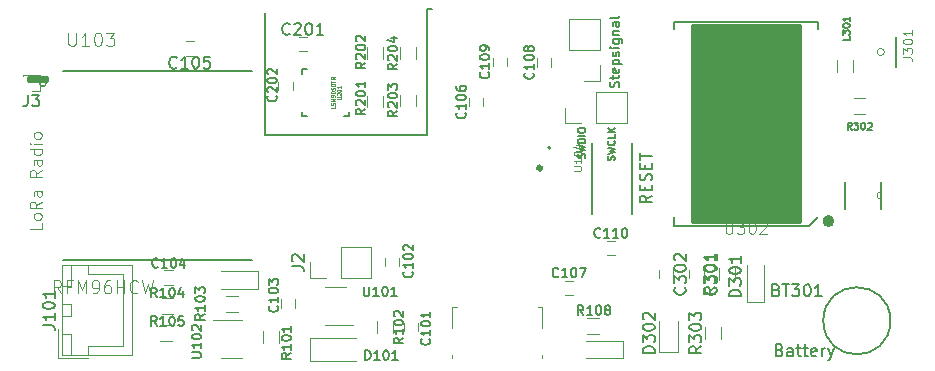
<source format=gbr>
G04 #@! TF.FileFunction,Legend,Top*
%FSLAX46Y46*%
G04 Gerber Fmt 4.6, Leading zero omitted, Abs format (unit mm)*
G04 Created by KiCad (PCBNEW 4.0.7) date 01/01/18 20:23:55*
%MOMM*%
%LPD*%
G01*
G04 APERTURE LIST*
%ADD10C,0.100000*%
%ADD11C,0.200000*%
%ADD12C,0.170000*%
%ADD13C,0.400000*%
%ADD14C,0.120000*%
%ADD15C,0.127000*%
%ADD16C,0.508000*%
%ADD17C,0.381000*%
%ADD18C,0.150000*%
%ADD19C,0.152400*%
%ADD20C,0.050000*%
G04 APERTURE END LIST*
D10*
X112152381Y-111571428D02*
X112152381Y-112047619D01*
X111152381Y-112047619D01*
X112152381Y-111095238D02*
X112104762Y-111190476D01*
X112057143Y-111238095D01*
X111961905Y-111285714D01*
X111676190Y-111285714D01*
X111580952Y-111238095D01*
X111533333Y-111190476D01*
X111485714Y-111095238D01*
X111485714Y-110952380D01*
X111533333Y-110857142D01*
X111580952Y-110809523D01*
X111676190Y-110761904D01*
X111961905Y-110761904D01*
X112057143Y-110809523D01*
X112104762Y-110857142D01*
X112152381Y-110952380D01*
X112152381Y-111095238D01*
X112152381Y-109761904D02*
X111676190Y-110095238D01*
X112152381Y-110333333D02*
X111152381Y-110333333D01*
X111152381Y-109952380D01*
X111200000Y-109857142D01*
X111247619Y-109809523D01*
X111342857Y-109761904D01*
X111485714Y-109761904D01*
X111580952Y-109809523D01*
X111628571Y-109857142D01*
X111676190Y-109952380D01*
X111676190Y-110333333D01*
X112152381Y-108904761D02*
X111628571Y-108904761D01*
X111533333Y-108952380D01*
X111485714Y-109047618D01*
X111485714Y-109238095D01*
X111533333Y-109333333D01*
X112104762Y-108904761D02*
X112152381Y-108999999D01*
X112152381Y-109238095D01*
X112104762Y-109333333D01*
X112009524Y-109380952D01*
X111914286Y-109380952D01*
X111819048Y-109333333D01*
X111771429Y-109238095D01*
X111771429Y-108999999D01*
X111723810Y-108904761D01*
X112152381Y-107095237D02*
X111676190Y-107428571D01*
X112152381Y-107666666D02*
X111152381Y-107666666D01*
X111152381Y-107285713D01*
X111200000Y-107190475D01*
X111247619Y-107142856D01*
X111342857Y-107095237D01*
X111485714Y-107095237D01*
X111580952Y-107142856D01*
X111628571Y-107190475D01*
X111676190Y-107285713D01*
X111676190Y-107666666D01*
X112152381Y-106238094D02*
X111628571Y-106238094D01*
X111533333Y-106285713D01*
X111485714Y-106380951D01*
X111485714Y-106571428D01*
X111533333Y-106666666D01*
X112104762Y-106238094D02*
X112152381Y-106333332D01*
X112152381Y-106571428D01*
X112104762Y-106666666D01*
X112009524Y-106714285D01*
X111914286Y-106714285D01*
X111819048Y-106666666D01*
X111771429Y-106571428D01*
X111771429Y-106333332D01*
X111723810Y-106238094D01*
X112152381Y-105333332D02*
X111152381Y-105333332D01*
X112104762Y-105333332D02*
X112152381Y-105428570D01*
X112152381Y-105619047D01*
X112104762Y-105714285D01*
X112057143Y-105761904D01*
X111961905Y-105809523D01*
X111676190Y-105809523D01*
X111580952Y-105761904D01*
X111533333Y-105714285D01*
X111485714Y-105619047D01*
X111485714Y-105428570D01*
X111533333Y-105333332D01*
X112152381Y-104857142D02*
X111485714Y-104857142D01*
X111152381Y-104857142D02*
X111200000Y-104904761D01*
X111247619Y-104857142D01*
X111200000Y-104809523D01*
X111152381Y-104857142D01*
X111247619Y-104857142D01*
X112152381Y-104238095D02*
X112104762Y-104333333D01*
X112057143Y-104380952D01*
X111961905Y-104428571D01*
X111676190Y-104428571D01*
X111580952Y-104380952D01*
X111533333Y-104333333D01*
X111485714Y-104238095D01*
X111485714Y-104095237D01*
X111533333Y-103999999D01*
X111580952Y-103952380D01*
X111676190Y-103904761D01*
X111961905Y-103904761D01*
X112057143Y-103952380D01*
X112104762Y-103999999D01*
X112152381Y-104095237D01*
X112152381Y-104238095D01*
D11*
X144800000Y-93500000D02*
X145200000Y-93500000D01*
X144800000Y-104100000D02*
X144800000Y-93500000D01*
X131100000Y-104100000D02*
X144800000Y-104100000D01*
X131100000Y-93800000D02*
X131100000Y-104100000D01*
D12*
X155226000Y-105210000D02*
G75*
G03X155226000Y-105210000I-100000J0D01*
G01*
D13*
X154428000Y-106937000D02*
G75*
G03X154428000Y-106937000I-127000J0D01*
G01*
D14*
X157150000Y-117700000D02*
X156450000Y-117700000D01*
X156450000Y-116500000D02*
X157150000Y-116500000D01*
D15*
X165686000Y-95156000D02*
X165686000Y-94521000D01*
X165686000Y-94521000D02*
X177878000Y-94521000D01*
X177878000Y-94521000D02*
X177878000Y-95156000D01*
X165686000Y-111031000D02*
X165686000Y-111793000D01*
X165686000Y-111793000D02*
X177116000Y-111793000D01*
X177116000Y-111793000D02*
X177878000Y-111031000D01*
D16*
X179021000Y-111412000D02*
G75*
G03X179021000Y-111412000I-254000J0D01*
G01*
D17*
G36*
X176237000Y-111412000D02*
X167337000Y-111412000D01*
X167337000Y-94883430D01*
X176237000Y-94883430D01*
X176237000Y-111412000D01*
G37*
X176237000Y-111412000D02*
X167337000Y-111412000D01*
X167337000Y-94883430D01*
X176237000Y-94883430D01*
X176237000Y-111412000D01*
D11*
X114000000Y-98700000D02*
X130000000Y-98700000D01*
X130000000Y-114700000D02*
X114000000Y-114700000D01*
X112541550Y-99700000D02*
G75*
G03X112541550Y-99700000I-291550J0D01*
G01*
D17*
G36*
X111070400Y-99500000D02*
X112500000Y-99500000D01*
X112500000Y-99267490D01*
X111070400Y-99267490D01*
X111070400Y-99500000D01*
G37*
X111070400Y-99500000D02*
X112500000Y-99500000D01*
X112500000Y-99267490D01*
X111070400Y-99267490D01*
X111070400Y-99500000D01*
D18*
X184009646Y-119857500D02*
G75*
G03X184009646Y-119857500I-2839806J0D01*
G01*
D14*
X134900000Y-121300000D02*
X134900000Y-123300000D01*
X134900000Y-123300000D02*
X138750000Y-123300000D01*
X134900000Y-121300000D02*
X138750000Y-121300000D01*
X127300000Y-115650000D02*
X130500000Y-115650000D01*
X130500000Y-117150000D02*
X127300000Y-117150000D01*
X130500000Y-117150000D02*
X130500000Y-115650000D01*
X158200000Y-121550000D02*
X161400000Y-121550000D01*
X161400000Y-123050000D02*
X158200000Y-123050000D01*
X161400000Y-123050000D02*
X161400000Y-121550000D01*
X173350000Y-115100000D02*
X173350000Y-118300000D01*
X171850000Y-118300000D02*
X171850000Y-115100000D01*
X171850000Y-118300000D02*
X173350000Y-118300000D01*
X164400000Y-122500000D02*
X166000000Y-122500000D01*
X166000000Y-122500000D02*
X166000000Y-119900000D01*
X164400000Y-122500000D02*
X164400000Y-119900000D01*
X113850000Y-122750000D02*
X119800000Y-122750000D01*
X119800000Y-122750000D02*
X119800000Y-115150000D01*
X119800000Y-115150000D02*
X113850000Y-115150000D01*
X113850000Y-115150000D02*
X113850000Y-122750000D01*
X113850000Y-119450000D02*
X114600000Y-119450000D01*
X114600000Y-119450000D02*
X114600000Y-118450000D01*
X114600000Y-118450000D02*
X113850000Y-118450000D01*
X113850000Y-118450000D02*
X113850000Y-119450000D01*
X113850000Y-122750000D02*
X114600000Y-122750000D01*
X114600000Y-122750000D02*
X114600000Y-120950000D01*
X114600000Y-120950000D02*
X113850000Y-120950000D01*
X113850000Y-120950000D02*
X113850000Y-122750000D01*
X113850000Y-116950000D02*
X114600000Y-116950000D01*
X114600000Y-116950000D02*
X114600000Y-115150000D01*
X114600000Y-115150000D02*
X113850000Y-115150000D01*
X113850000Y-115150000D02*
X113850000Y-116950000D01*
X116100000Y-122750000D02*
X116100000Y-122000000D01*
X116100000Y-122000000D02*
X119050000Y-122000000D01*
X119050000Y-122000000D02*
X119050000Y-118950000D01*
X116100000Y-115150000D02*
X116100000Y-115900000D01*
X116100000Y-115900000D02*
X119050000Y-115900000D01*
X119050000Y-115900000D02*
X119050000Y-118950000D01*
X113550000Y-120550000D02*
X113550000Y-123050000D01*
X113550000Y-123050000D02*
X116050000Y-123050000D01*
X154547500Y-118690000D02*
X154167500Y-118690000D01*
X154547500Y-122740000D02*
X154547500Y-123000000D01*
X154547500Y-118690000D02*
X154547500Y-120460000D01*
X146927500Y-118690000D02*
X147307500Y-118690000D01*
X146927500Y-120460000D02*
X146927500Y-118690000D01*
X146927500Y-123000000D02*
X146927500Y-122740000D01*
D18*
X162143440Y-104800000D02*
X162143440Y-110800000D01*
X158743440Y-104800000D02*
X158743440Y-110800000D01*
D14*
X137900000Y-116990000D02*
X136100000Y-116990000D01*
X136100000Y-120210000D02*
X138550000Y-120210000D01*
X127300000Y-123010000D02*
X129100000Y-123010000D01*
X129100000Y-119790000D02*
X126650000Y-119790000D01*
D15*
X138188680Y-102541800D02*
X138188680Y-102141800D01*
X138188680Y-102541800D02*
X137788680Y-102541800D01*
X134188680Y-102541800D02*
X134188680Y-102141800D01*
X134188680Y-102541800D02*
X134588680Y-102541800D01*
X134188680Y-98541800D02*
X134188680Y-98941800D01*
X134188680Y-98541800D02*
X134588680Y-98541800D01*
D19*
X180189400Y-108110000D02*
X180189400Y-110396000D01*
X183186600Y-110396000D02*
X183186600Y-109557800D01*
X183186600Y-109557800D02*
X183186600Y-108948200D01*
X183186600Y-108948200D02*
X183186600Y-108110000D01*
D10*
X183186600Y-109557800D02*
G75*
G02X183186600Y-108948200I0J304800D01*
G01*
X183500000Y-97100000D02*
G75*
G03X183500000Y-97100000I-300000J0D01*
G01*
D15*
X184500000Y-95800000D02*
X184500000Y-98400000D01*
D14*
X142800000Y-120750000D02*
X142800000Y-120050000D01*
X144000000Y-120050000D02*
X144000000Y-120750000D01*
X141200000Y-115250000D02*
X141200000Y-114550000D01*
X142400000Y-114550000D02*
X142400000Y-115250000D01*
X132400000Y-118750000D02*
X132400000Y-118050000D01*
X133600000Y-118050000D02*
X133600000Y-118750000D01*
X123250000Y-116800000D02*
X122550000Y-116800000D01*
X122550000Y-115600000D02*
X123250000Y-115600000D01*
X125050000Y-97400000D02*
X124350000Y-97400000D01*
X124350000Y-96200000D02*
X125050000Y-96200000D01*
X148352480Y-101683280D02*
X148352480Y-100983280D01*
X149552480Y-100983280D02*
X149552480Y-101683280D01*
X154103040Y-98330480D02*
X154103040Y-97630480D01*
X155303040Y-97630480D02*
X155303040Y-98330480D01*
X150343840Y-98289840D02*
X150343840Y-97589840D01*
X151543840Y-97589840D02*
X151543840Y-98289840D01*
X160000000Y-113100000D02*
X160700000Y-113100000D01*
X160700000Y-114300000D02*
X160000000Y-114300000D01*
X133913360Y-95842240D02*
X134613360Y-95842240D01*
X134613360Y-97042240D02*
X133913360Y-97042240D01*
X132200000Y-100300000D02*
X132200000Y-99600000D01*
X133400000Y-99600000D02*
X133400000Y-100300000D01*
X168200000Y-115550000D02*
X168200000Y-116250000D01*
X167000000Y-116250000D02*
X167000000Y-115550000D01*
X165600000Y-115550000D02*
X165600000Y-116250000D01*
X164400000Y-116250000D02*
X164400000Y-115550000D01*
X180880000Y-97800000D02*
X180880000Y-98800000D01*
X179520000Y-98800000D02*
X179520000Y-97800000D01*
X130920000Y-121700000D02*
X130920000Y-120700000D01*
X132280000Y-120700000D02*
X132280000Y-121700000D01*
X141880000Y-119900000D02*
X141880000Y-120900000D01*
X140520000Y-120900000D02*
X140520000Y-119900000D01*
X127800000Y-117720000D02*
X128800000Y-117720000D01*
X128800000Y-119080000D02*
X127800000Y-119080000D01*
X122300000Y-117920000D02*
X123300000Y-117920000D01*
X123300000Y-119280000D02*
X122300000Y-119280000D01*
X123200000Y-121580000D02*
X122200000Y-121580000D01*
X122200000Y-120220000D02*
X123200000Y-120220000D01*
X158300000Y-119620000D02*
X159300000Y-119620000D01*
X159300000Y-120980000D02*
X158300000Y-120980000D01*
X139720000Y-101793640D02*
X139720000Y-100793640D01*
X141080000Y-100793640D02*
X141080000Y-101793640D01*
X139720000Y-97700000D02*
X139720000Y-96700000D01*
X141080000Y-96700000D02*
X141080000Y-97700000D01*
X142520000Y-101700000D02*
X142520000Y-100700000D01*
X143880000Y-100700000D02*
X143880000Y-101700000D01*
X142520000Y-97700000D02*
X142520000Y-96700000D01*
X143880000Y-96700000D02*
X143880000Y-97700000D01*
X170880000Y-115400000D02*
X170880000Y-116400000D01*
X169520000Y-116400000D02*
X169520000Y-115400000D01*
X181900000Y-102380000D02*
X180900000Y-102380000D01*
X180900000Y-101020000D02*
X181900000Y-101020000D01*
X169680000Y-120400000D02*
X169680000Y-121400000D01*
X168320000Y-121400000D02*
X168320000Y-120400000D01*
X161670000Y-103130000D02*
X161670000Y-100470000D01*
X159070000Y-103130000D02*
X161670000Y-103130000D01*
X159070000Y-100470000D02*
X161670000Y-100470000D01*
X159070000Y-103130000D02*
X159070000Y-100470000D01*
X157800000Y-103130000D02*
X156470000Y-103130000D01*
X156470000Y-103130000D02*
X156470000Y-101800000D01*
X159430000Y-94330000D02*
X156770000Y-94330000D01*
X159430000Y-96930000D02*
X159430000Y-94330000D01*
X156770000Y-96930000D02*
X156770000Y-94330000D01*
X159430000Y-96930000D02*
X156770000Y-96930000D01*
X159430000Y-98200000D02*
X159430000Y-99530000D01*
X159430000Y-99530000D02*
X158100000Y-99530000D01*
X140070000Y-116230000D02*
X140070000Y-113570000D01*
X137470000Y-116230000D02*
X140070000Y-116230000D01*
X137470000Y-113570000D02*
X140070000Y-113570000D01*
X137470000Y-116230000D02*
X137470000Y-113570000D01*
X136200000Y-116230000D02*
X134870000Y-116230000D01*
X134870000Y-116230000D02*
X134870000Y-114900000D01*
X111995000Y-99015000D02*
X110605000Y-99015000D01*
X111995000Y-99015000D02*
X111995000Y-99140000D01*
X110605000Y-99015000D02*
X110605000Y-99140000D01*
X111995000Y-99015000D02*
X111908276Y-99015000D01*
X110691724Y-99015000D02*
X110605000Y-99015000D01*
X111995000Y-99700000D02*
X111995000Y-100385000D01*
X111995000Y-100385000D02*
X111300000Y-100385000D01*
D20*
X157198866Y-107135134D02*
X157719190Y-107135134D01*
X157780405Y-107104527D01*
X157811012Y-107073920D01*
X157841620Y-107012705D01*
X157841620Y-106890276D01*
X157811012Y-106829061D01*
X157780405Y-106798454D01*
X157719190Y-106767846D01*
X157198866Y-106767846D01*
X157841620Y-106125093D02*
X157841620Y-106492381D01*
X157841620Y-106308737D02*
X157198866Y-106308737D01*
X157290688Y-106369951D01*
X157351902Y-106431166D01*
X157382510Y-106492381D01*
X157198866Y-105727197D02*
X157198866Y-105665982D01*
X157229473Y-105604768D01*
X157260080Y-105574160D01*
X157321295Y-105543553D01*
X157443724Y-105512946D01*
X157596761Y-105512946D01*
X157719190Y-105543553D01*
X157780405Y-105574160D01*
X157811012Y-105604768D01*
X157841620Y-105665982D01*
X157841620Y-105727197D01*
X157811012Y-105788412D01*
X157780405Y-105819019D01*
X157719190Y-105849626D01*
X157596761Y-105880234D01*
X157443724Y-105880234D01*
X157321295Y-105849626D01*
X157260080Y-105819019D01*
X157229473Y-105788412D01*
X157198866Y-105727197D01*
X157413117Y-104962013D02*
X157841620Y-104962013D01*
X157168258Y-105115050D02*
X157627368Y-105268087D01*
X157627368Y-104870191D01*
D18*
X155904762Y-116085714D02*
X155866667Y-116123810D01*
X155752381Y-116161905D01*
X155676191Y-116161905D01*
X155561905Y-116123810D01*
X155485714Y-116047619D01*
X155447619Y-115971429D01*
X155409524Y-115819048D01*
X155409524Y-115704762D01*
X155447619Y-115552381D01*
X155485714Y-115476190D01*
X155561905Y-115400000D01*
X155676191Y-115361905D01*
X155752381Y-115361905D01*
X155866667Y-115400000D01*
X155904762Y-115438095D01*
X156666667Y-116161905D02*
X156209524Y-116161905D01*
X156438095Y-116161905D02*
X156438095Y-115361905D01*
X156361905Y-115476190D01*
X156285714Y-115552381D01*
X156209524Y-115590476D01*
X157161905Y-115361905D02*
X157238096Y-115361905D01*
X157314286Y-115400000D01*
X157352381Y-115438095D01*
X157390477Y-115514286D01*
X157428572Y-115666667D01*
X157428572Y-115857143D01*
X157390477Y-116009524D01*
X157352381Y-116085714D01*
X157314286Y-116123810D01*
X157238096Y-116161905D01*
X157161905Y-116161905D01*
X157085715Y-116123810D01*
X157047619Y-116085714D01*
X157009524Y-116009524D01*
X156971429Y-115857143D01*
X156971429Y-115666667D01*
X157009524Y-115514286D01*
X157047619Y-115438095D01*
X157085715Y-115400000D01*
X157161905Y-115361905D01*
X157695239Y-115361905D02*
X158228572Y-115361905D01*
X157885715Y-116161905D01*
D20*
X170064543Y-111498368D02*
X170064543Y-112309389D01*
X170112250Y-112404804D01*
X170159957Y-112452511D01*
X170255371Y-112500218D01*
X170446200Y-112500218D01*
X170541614Y-112452511D01*
X170589321Y-112404804D01*
X170637028Y-112309389D01*
X170637028Y-111498368D01*
X171018685Y-111498368D02*
X171638878Y-111498368D01*
X171304928Y-111880025D01*
X171448050Y-111880025D01*
X171543464Y-111927732D01*
X171591171Y-111975439D01*
X171638878Y-112070854D01*
X171638878Y-112309389D01*
X171591171Y-112404804D01*
X171543464Y-112452511D01*
X171448050Y-112500218D01*
X171161807Y-112500218D01*
X171066393Y-112452511D01*
X171018685Y-112404804D01*
X172259071Y-111498368D02*
X172354486Y-111498368D01*
X172449900Y-111546075D01*
X172497607Y-111593782D01*
X172545314Y-111689196D01*
X172593021Y-111880025D01*
X172593021Y-112118561D01*
X172545314Y-112309389D01*
X172497607Y-112404804D01*
X172449900Y-112452511D01*
X172354486Y-112500218D01*
X172259071Y-112500218D01*
X172163657Y-112452511D01*
X172115950Y-112404804D01*
X172068243Y-112309389D01*
X172020536Y-112118561D01*
X172020536Y-111880025D01*
X172068243Y-111689196D01*
X172115950Y-111593782D01*
X172163657Y-111546075D01*
X172259071Y-111498368D01*
X172974679Y-111593782D02*
X173022386Y-111546075D01*
X173117800Y-111498368D01*
X173356336Y-111498368D01*
X173451750Y-111546075D01*
X173499457Y-111593782D01*
X173547164Y-111689196D01*
X173547164Y-111784611D01*
X173499457Y-111927732D01*
X172926971Y-112500218D01*
X173547164Y-112500218D01*
X114416841Y-95469390D02*
X114416841Y-96375579D01*
X114470146Y-96482189D01*
X114523452Y-96535495D01*
X114630062Y-96588800D01*
X114843283Y-96588800D01*
X114949894Y-96535495D01*
X115003199Y-96482189D01*
X115056504Y-96375579D01*
X115056504Y-95469390D01*
X116175914Y-96588800D02*
X115536251Y-96588800D01*
X115856082Y-96588800D02*
X115856082Y-95469390D01*
X115749472Y-95629305D01*
X115642861Y-95735916D01*
X115536251Y-95789221D01*
X116868882Y-95469390D02*
X116975493Y-95469390D01*
X117082103Y-95522695D01*
X117135408Y-95576000D01*
X117188714Y-95682611D01*
X117242019Y-95895832D01*
X117242019Y-96162358D01*
X117188714Y-96375579D01*
X117135408Y-96482189D01*
X117082103Y-96535495D01*
X116975493Y-96588800D01*
X116868882Y-96588800D01*
X116762272Y-96535495D01*
X116708966Y-96482189D01*
X116655661Y-96375579D01*
X116602356Y-96162358D01*
X116602356Y-95895832D01*
X116655661Y-95682611D01*
X116708966Y-95576000D01*
X116762272Y-95522695D01*
X116868882Y-95469390D01*
X117615156Y-95469390D02*
X118308124Y-95469390D01*
X117934987Y-95895832D01*
X118094903Y-95895832D01*
X118201513Y-95949137D01*
X118254819Y-96002442D01*
X118308124Y-96109053D01*
X118308124Y-96375579D01*
X118254819Y-96482189D01*
X118201513Y-96535495D01*
X118094903Y-96588800D01*
X117775071Y-96588800D01*
X117668461Y-96535495D01*
X117615156Y-96482189D01*
X113792795Y-117533399D02*
X113428649Y-117013190D01*
X113168544Y-117533399D02*
X113168544Y-116440959D01*
X113584711Y-116440959D01*
X113688753Y-116492980D01*
X113740774Y-116545001D01*
X113792795Y-116649043D01*
X113792795Y-116805106D01*
X113740774Y-116909148D01*
X113688753Y-116961169D01*
X113584711Y-117013190D01*
X113168544Y-117013190D01*
X114625130Y-116961169D02*
X114260984Y-116961169D01*
X114260984Y-117533399D02*
X114260984Y-116440959D01*
X114781193Y-116440959D01*
X115197361Y-117533399D02*
X115197361Y-116440959D01*
X115561507Y-117221273D01*
X115925654Y-116440959D01*
X115925654Y-117533399D01*
X116497885Y-117533399D02*
X116705969Y-117533399D01*
X116810010Y-117481378D01*
X116862031Y-117429357D01*
X116966073Y-117273294D01*
X117018094Y-117065210D01*
X117018094Y-116649043D01*
X116966073Y-116545001D01*
X116914052Y-116492980D01*
X116810010Y-116440959D01*
X116601927Y-116440959D01*
X116497885Y-116492980D01*
X116445864Y-116545001D01*
X116393843Y-116649043D01*
X116393843Y-116909148D01*
X116445864Y-117013190D01*
X116497885Y-117065210D01*
X116601927Y-117117231D01*
X116810010Y-117117231D01*
X116914052Y-117065210D01*
X116966073Y-117013190D01*
X117018094Y-116909148D01*
X117954471Y-116440959D02*
X117746388Y-116440959D01*
X117642346Y-116492980D01*
X117590325Y-116545001D01*
X117486283Y-116701064D01*
X117434262Y-116909148D01*
X117434262Y-117325315D01*
X117486283Y-117429357D01*
X117538304Y-117481378D01*
X117642346Y-117533399D01*
X117850429Y-117533399D01*
X117954471Y-117481378D01*
X118006492Y-117429357D01*
X118058513Y-117325315D01*
X118058513Y-117065210D01*
X118006492Y-116961169D01*
X117954471Y-116909148D01*
X117850429Y-116857127D01*
X117642346Y-116857127D01*
X117538304Y-116909148D01*
X117486283Y-116961169D01*
X117434262Y-117065210D01*
X118526702Y-117533399D02*
X118526702Y-116440959D01*
X118526702Y-116961169D02*
X119150953Y-116961169D01*
X119150953Y-117533399D02*
X119150953Y-116440959D01*
X120295414Y-117429357D02*
X120243393Y-117481378D01*
X120087330Y-117533399D01*
X119983288Y-117533399D01*
X119827226Y-117481378D01*
X119723184Y-117377336D01*
X119671163Y-117273294D01*
X119619142Y-117065210D01*
X119619142Y-116909148D01*
X119671163Y-116701064D01*
X119723184Y-116597022D01*
X119827226Y-116492980D01*
X119983288Y-116440959D01*
X120087330Y-116440959D01*
X120243393Y-116492980D01*
X120295414Y-116545001D01*
X120659561Y-116440959D02*
X120919666Y-117533399D01*
X121127749Y-116753085D01*
X121335833Y-117533399D01*
X121595938Y-116440959D01*
D18*
X174351745Y-117246071D02*
X174494602Y-117293690D01*
X174542221Y-117341310D01*
X174589840Y-117436548D01*
X174589840Y-117579405D01*
X174542221Y-117674643D01*
X174494602Y-117722262D01*
X174399364Y-117769881D01*
X174018411Y-117769881D01*
X174018411Y-116769881D01*
X174351745Y-116769881D01*
X174446983Y-116817500D01*
X174494602Y-116865119D01*
X174542221Y-116960357D01*
X174542221Y-117055595D01*
X174494602Y-117150833D01*
X174446983Y-117198452D01*
X174351745Y-117246071D01*
X174018411Y-117246071D01*
X174875554Y-116769881D02*
X175446983Y-116769881D01*
X175161268Y-117769881D02*
X175161268Y-116769881D01*
X175685078Y-116769881D02*
X176304126Y-116769881D01*
X175970792Y-117150833D01*
X176113650Y-117150833D01*
X176208888Y-117198452D01*
X176256507Y-117246071D01*
X176304126Y-117341310D01*
X176304126Y-117579405D01*
X176256507Y-117674643D01*
X176208888Y-117722262D01*
X176113650Y-117769881D01*
X175827935Y-117769881D01*
X175732697Y-117722262D01*
X175685078Y-117674643D01*
X176923173Y-116769881D02*
X177018412Y-116769881D01*
X177113650Y-116817500D01*
X177161269Y-116865119D01*
X177208888Y-116960357D01*
X177256507Y-117150833D01*
X177256507Y-117388929D01*
X177208888Y-117579405D01*
X177161269Y-117674643D01*
X177113650Y-117722262D01*
X177018412Y-117769881D01*
X176923173Y-117769881D01*
X176827935Y-117722262D01*
X176780316Y-117674643D01*
X176732697Y-117579405D01*
X176685078Y-117388929D01*
X176685078Y-117150833D01*
X176732697Y-116960357D01*
X176780316Y-116865119D01*
X176827935Y-116817500D01*
X176923173Y-116769881D01*
X178208888Y-117769881D02*
X177637459Y-117769881D01*
X177923173Y-117769881D02*
X177923173Y-116769881D01*
X177827935Y-116912738D01*
X177732697Y-117007976D01*
X177637459Y-117055595D01*
X174628571Y-122328571D02*
X174771428Y-122376190D01*
X174819047Y-122423810D01*
X174866666Y-122519048D01*
X174866666Y-122661905D01*
X174819047Y-122757143D01*
X174771428Y-122804762D01*
X174676190Y-122852381D01*
X174295237Y-122852381D01*
X174295237Y-121852381D01*
X174628571Y-121852381D01*
X174723809Y-121900000D01*
X174771428Y-121947619D01*
X174819047Y-122042857D01*
X174819047Y-122138095D01*
X174771428Y-122233333D01*
X174723809Y-122280952D01*
X174628571Y-122328571D01*
X174295237Y-122328571D01*
X175723809Y-122852381D02*
X175723809Y-122328571D01*
X175676190Y-122233333D01*
X175580952Y-122185714D01*
X175390475Y-122185714D01*
X175295237Y-122233333D01*
X175723809Y-122804762D02*
X175628571Y-122852381D01*
X175390475Y-122852381D01*
X175295237Y-122804762D01*
X175247618Y-122709524D01*
X175247618Y-122614286D01*
X175295237Y-122519048D01*
X175390475Y-122471429D01*
X175628571Y-122471429D01*
X175723809Y-122423810D01*
X176057142Y-122185714D02*
X176438094Y-122185714D01*
X176199999Y-121852381D02*
X176199999Y-122709524D01*
X176247618Y-122804762D01*
X176342856Y-122852381D01*
X176438094Y-122852381D01*
X176628571Y-122185714D02*
X177009523Y-122185714D01*
X176771428Y-121852381D02*
X176771428Y-122709524D01*
X176819047Y-122804762D01*
X176914285Y-122852381D01*
X177009523Y-122852381D01*
X177723810Y-122804762D02*
X177628572Y-122852381D01*
X177438095Y-122852381D01*
X177342857Y-122804762D01*
X177295238Y-122709524D01*
X177295238Y-122328571D01*
X177342857Y-122233333D01*
X177438095Y-122185714D01*
X177628572Y-122185714D01*
X177723810Y-122233333D01*
X177771429Y-122328571D01*
X177771429Y-122423810D01*
X177295238Y-122519048D01*
X178200000Y-122852381D02*
X178200000Y-122185714D01*
X178200000Y-122376190D02*
X178247619Y-122280952D01*
X178295238Y-122233333D01*
X178390476Y-122185714D01*
X178485715Y-122185714D01*
X178723810Y-122185714D02*
X178961905Y-122852381D01*
X179200001Y-122185714D02*
X178961905Y-122852381D01*
X178866667Y-123090476D01*
X178819048Y-123138095D01*
X178723810Y-123185714D01*
X139547619Y-123161905D02*
X139547619Y-122361905D01*
X139738095Y-122361905D01*
X139852381Y-122400000D01*
X139928572Y-122476190D01*
X139966667Y-122552381D01*
X140004762Y-122704762D01*
X140004762Y-122819048D01*
X139966667Y-122971429D01*
X139928572Y-123047619D01*
X139852381Y-123123810D01*
X139738095Y-123161905D01*
X139547619Y-123161905D01*
X140766667Y-123161905D02*
X140309524Y-123161905D01*
X140538095Y-123161905D02*
X140538095Y-122361905D01*
X140461905Y-122476190D01*
X140385714Y-122552381D01*
X140309524Y-122590476D01*
X141261905Y-122361905D02*
X141338096Y-122361905D01*
X141414286Y-122400000D01*
X141452381Y-122438095D01*
X141490477Y-122514286D01*
X141528572Y-122666667D01*
X141528572Y-122857143D01*
X141490477Y-123009524D01*
X141452381Y-123085714D01*
X141414286Y-123123810D01*
X141338096Y-123161905D01*
X141261905Y-123161905D01*
X141185715Y-123123810D01*
X141147619Y-123085714D01*
X141109524Y-123009524D01*
X141071429Y-122857143D01*
X141071429Y-122666667D01*
X141109524Y-122514286D01*
X141147619Y-122438095D01*
X141185715Y-122400000D01*
X141261905Y-122361905D01*
X142290477Y-123161905D02*
X141833334Y-123161905D01*
X142061905Y-123161905D02*
X142061905Y-122361905D01*
X141985715Y-122476190D01*
X141909524Y-122552381D01*
X141833334Y-122590476D01*
X171352381Y-117790476D02*
X170352381Y-117790476D01*
X170352381Y-117552381D01*
X170400000Y-117409523D01*
X170495238Y-117314285D01*
X170590476Y-117266666D01*
X170780952Y-117219047D01*
X170923810Y-117219047D01*
X171114286Y-117266666D01*
X171209524Y-117314285D01*
X171304762Y-117409523D01*
X171352381Y-117552381D01*
X171352381Y-117790476D01*
X170352381Y-116885714D02*
X170352381Y-116266666D01*
X170733333Y-116600000D01*
X170733333Y-116457142D01*
X170780952Y-116361904D01*
X170828571Y-116314285D01*
X170923810Y-116266666D01*
X171161905Y-116266666D01*
X171257143Y-116314285D01*
X171304762Y-116361904D01*
X171352381Y-116457142D01*
X171352381Y-116742857D01*
X171304762Y-116838095D01*
X171257143Y-116885714D01*
X170352381Y-115647619D02*
X170352381Y-115552380D01*
X170400000Y-115457142D01*
X170447619Y-115409523D01*
X170542857Y-115361904D01*
X170733333Y-115314285D01*
X170971429Y-115314285D01*
X171161905Y-115361904D01*
X171257143Y-115409523D01*
X171304762Y-115457142D01*
X171352381Y-115552380D01*
X171352381Y-115647619D01*
X171304762Y-115742857D01*
X171257143Y-115790476D01*
X171161905Y-115838095D01*
X170971429Y-115885714D01*
X170733333Y-115885714D01*
X170542857Y-115838095D01*
X170447619Y-115790476D01*
X170400000Y-115742857D01*
X170352381Y-115647619D01*
X171352381Y-114361904D02*
X171352381Y-114933333D01*
X171352381Y-114647619D02*
X170352381Y-114647619D01*
X170495238Y-114742857D01*
X170590476Y-114838095D01*
X170638095Y-114933333D01*
X164052381Y-122590476D02*
X163052381Y-122590476D01*
X163052381Y-122352381D01*
X163100000Y-122209523D01*
X163195238Y-122114285D01*
X163290476Y-122066666D01*
X163480952Y-122019047D01*
X163623810Y-122019047D01*
X163814286Y-122066666D01*
X163909524Y-122114285D01*
X164004762Y-122209523D01*
X164052381Y-122352381D01*
X164052381Y-122590476D01*
X163052381Y-121685714D02*
X163052381Y-121066666D01*
X163433333Y-121400000D01*
X163433333Y-121257142D01*
X163480952Y-121161904D01*
X163528571Y-121114285D01*
X163623810Y-121066666D01*
X163861905Y-121066666D01*
X163957143Y-121114285D01*
X164004762Y-121161904D01*
X164052381Y-121257142D01*
X164052381Y-121542857D01*
X164004762Y-121638095D01*
X163957143Y-121685714D01*
X163052381Y-120447619D02*
X163052381Y-120352380D01*
X163100000Y-120257142D01*
X163147619Y-120209523D01*
X163242857Y-120161904D01*
X163433333Y-120114285D01*
X163671429Y-120114285D01*
X163861905Y-120161904D01*
X163957143Y-120209523D01*
X164004762Y-120257142D01*
X164052381Y-120352380D01*
X164052381Y-120447619D01*
X164004762Y-120542857D01*
X163957143Y-120590476D01*
X163861905Y-120638095D01*
X163671429Y-120685714D01*
X163433333Y-120685714D01*
X163242857Y-120638095D01*
X163147619Y-120590476D01*
X163100000Y-120542857D01*
X163052381Y-120447619D01*
X163147619Y-119733333D02*
X163100000Y-119685714D01*
X163052381Y-119590476D01*
X163052381Y-119352380D01*
X163100000Y-119257142D01*
X163147619Y-119209523D01*
X163242857Y-119161904D01*
X163338095Y-119161904D01*
X163480952Y-119209523D01*
X164052381Y-119780952D01*
X164052381Y-119161904D01*
X112252381Y-120235714D02*
X112966667Y-120235714D01*
X113109524Y-120283334D01*
X113204762Y-120378572D01*
X113252381Y-120521429D01*
X113252381Y-120616667D01*
X113252381Y-119235714D02*
X113252381Y-119807143D01*
X113252381Y-119521429D02*
X112252381Y-119521429D01*
X112395238Y-119616667D01*
X112490476Y-119711905D01*
X112538095Y-119807143D01*
X112252381Y-118616667D02*
X112252381Y-118521428D01*
X112300000Y-118426190D01*
X112347619Y-118378571D01*
X112442857Y-118330952D01*
X112633333Y-118283333D01*
X112871429Y-118283333D01*
X113061905Y-118330952D01*
X113157143Y-118378571D01*
X113204762Y-118426190D01*
X113252381Y-118521428D01*
X113252381Y-118616667D01*
X113204762Y-118711905D01*
X113157143Y-118759524D01*
X113061905Y-118807143D01*
X112871429Y-118854762D01*
X112633333Y-118854762D01*
X112442857Y-118807143D01*
X112347619Y-118759524D01*
X112300000Y-118711905D01*
X112252381Y-118616667D01*
X113252381Y-117330952D02*
X113252381Y-117902381D01*
X113252381Y-117616667D02*
X112252381Y-117616667D01*
X112395238Y-117711905D01*
X112490476Y-117807143D01*
X112538095Y-117902381D01*
X163795821Y-109252381D02*
X163319630Y-109585715D01*
X163795821Y-109823810D02*
X162795821Y-109823810D01*
X162795821Y-109442857D01*
X162843440Y-109347619D01*
X162891059Y-109300000D01*
X162986297Y-109252381D01*
X163129154Y-109252381D01*
X163224392Y-109300000D01*
X163272011Y-109347619D01*
X163319630Y-109442857D01*
X163319630Y-109823810D01*
X163272011Y-108823810D02*
X163272011Y-108490476D01*
X163795821Y-108347619D02*
X163795821Y-108823810D01*
X162795821Y-108823810D01*
X162795821Y-108347619D01*
X163748202Y-107966667D02*
X163795821Y-107823810D01*
X163795821Y-107585714D01*
X163748202Y-107490476D01*
X163700583Y-107442857D01*
X163605345Y-107395238D01*
X163510107Y-107395238D01*
X163414869Y-107442857D01*
X163367250Y-107490476D01*
X163319630Y-107585714D01*
X163272011Y-107776191D01*
X163224392Y-107871429D01*
X163176773Y-107919048D01*
X163081535Y-107966667D01*
X162986297Y-107966667D01*
X162891059Y-107919048D01*
X162843440Y-107871429D01*
X162795821Y-107776191D01*
X162795821Y-107538095D01*
X162843440Y-107395238D01*
X163272011Y-106966667D02*
X163272011Y-106633333D01*
X163795821Y-106490476D02*
X163795821Y-106966667D01*
X162795821Y-106966667D01*
X162795821Y-106490476D01*
X162795821Y-106204762D02*
X162795821Y-105633333D01*
X163795821Y-105919048D02*
X162795821Y-105919048D01*
X139428571Y-116961905D02*
X139428571Y-117609524D01*
X139466666Y-117685714D01*
X139504762Y-117723810D01*
X139580952Y-117761905D01*
X139733333Y-117761905D01*
X139809524Y-117723810D01*
X139847619Y-117685714D01*
X139885714Y-117609524D01*
X139885714Y-116961905D01*
X140685714Y-117761905D02*
X140228571Y-117761905D01*
X140457142Y-117761905D02*
X140457142Y-116961905D01*
X140380952Y-117076190D01*
X140304761Y-117152381D01*
X140228571Y-117190476D01*
X141180952Y-116961905D02*
X141257143Y-116961905D01*
X141333333Y-117000000D01*
X141371428Y-117038095D01*
X141409524Y-117114286D01*
X141447619Y-117266667D01*
X141447619Y-117457143D01*
X141409524Y-117609524D01*
X141371428Y-117685714D01*
X141333333Y-117723810D01*
X141257143Y-117761905D01*
X141180952Y-117761905D01*
X141104762Y-117723810D01*
X141066666Y-117685714D01*
X141028571Y-117609524D01*
X140990476Y-117457143D01*
X140990476Y-117266667D01*
X141028571Y-117114286D01*
X141066666Y-117038095D01*
X141104762Y-117000000D01*
X141180952Y-116961905D01*
X142209524Y-117761905D02*
X141752381Y-117761905D01*
X141980952Y-117761905D02*
X141980952Y-116961905D01*
X141904762Y-117076190D01*
X141828571Y-117152381D01*
X141752381Y-117190476D01*
X124861905Y-122971429D02*
X125509524Y-122971429D01*
X125585714Y-122933334D01*
X125623810Y-122895238D01*
X125661905Y-122819048D01*
X125661905Y-122666667D01*
X125623810Y-122590476D01*
X125585714Y-122552381D01*
X125509524Y-122514286D01*
X124861905Y-122514286D01*
X125661905Y-121714286D02*
X125661905Y-122171429D01*
X125661905Y-121942858D02*
X124861905Y-121942858D01*
X124976190Y-122019048D01*
X125052381Y-122095239D01*
X125090476Y-122171429D01*
X124861905Y-121219048D02*
X124861905Y-121142857D01*
X124900000Y-121066667D01*
X124938095Y-121028572D01*
X125014286Y-120990476D01*
X125166667Y-120952381D01*
X125357143Y-120952381D01*
X125509524Y-120990476D01*
X125585714Y-121028572D01*
X125623810Y-121066667D01*
X125661905Y-121142857D01*
X125661905Y-121219048D01*
X125623810Y-121295238D01*
X125585714Y-121333334D01*
X125509524Y-121371429D01*
X125357143Y-121409524D01*
X125166667Y-121409524D01*
X125014286Y-121371429D01*
X124938095Y-121333334D01*
X124900000Y-121295238D01*
X124861905Y-121219048D01*
X124938095Y-120647619D02*
X124900000Y-120609524D01*
X124861905Y-120533333D01*
X124861905Y-120342857D01*
X124900000Y-120266667D01*
X124938095Y-120228571D01*
X125014286Y-120190476D01*
X125090476Y-120190476D01*
X125204762Y-120228571D01*
X125661905Y-120685714D01*
X125661905Y-120190476D01*
D20*
X137158686Y-101091642D02*
X137418333Y-101091642D01*
X137448880Y-101076369D01*
X137464153Y-101061095D01*
X137479427Y-101030549D01*
X137479427Y-100969455D01*
X137464153Y-100938908D01*
X137448880Y-100923635D01*
X137418333Y-100908362D01*
X137158686Y-100908362D01*
X137189232Y-100770901D02*
X137173959Y-100755628D01*
X137158686Y-100725081D01*
X137158686Y-100648714D01*
X137173959Y-100618168D01*
X137189232Y-100602894D01*
X137219779Y-100587621D01*
X137250326Y-100587621D01*
X137296146Y-100602894D01*
X137479427Y-100786175D01*
X137479427Y-100587621D01*
X137158686Y-100389067D02*
X137158686Y-100358520D01*
X137173959Y-100327973D01*
X137189232Y-100312700D01*
X137219779Y-100297426D01*
X137280873Y-100282153D01*
X137357240Y-100282153D01*
X137418333Y-100297426D01*
X137448880Y-100312700D01*
X137464153Y-100327973D01*
X137479427Y-100358520D01*
X137479427Y-100389067D01*
X137464153Y-100419613D01*
X137448880Y-100434887D01*
X137418333Y-100450160D01*
X137357240Y-100465433D01*
X137280873Y-100465433D01*
X137219779Y-100450160D01*
X137189232Y-100434887D01*
X137173959Y-100419613D01*
X137158686Y-100389067D01*
X137479427Y-99976685D02*
X137479427Y-100159965D01*
X137479427Y-100068325D02*
X137158686Y-100068325D01*
X137204506Y-100098872D01*
X137235053Y-100129419D01*
X137250326Y-100159965D01*
X136969482Y-101678554D02*
X136969482Y-101831138D01*
X136649055Y-101831138D01*
X136954223Y-101587003D02*
X136969482Y-101541228D01*
X136969482Y-101464936D01*
X136954223Y-101434419D01*
X136938965Y-101419161D01*
X136908448Y-101403902D01*
X136877931Y-101403902D01*
X136847414Y-101419161D01*
X136832156Y-101434419D01*
X136816897Y-101464936D01*
X136801639Y-101525970D01*
X136786380Y-101556486D01*
X136771122Y-101571745D01*
X136740605Y-101587003D01*
X136710088Y-101587003D01*
X136679571Y-101571745D01*
X136664313Y-101556486D01*
X136649055Y-101525970D01*
X136649055Y-101449677D01*
X136664313Y-101403902D01*
X136969482Y-101266576D02*
X136649055Y-101266576D01*
X136877931Y-101159767D01*
X136649055Y-101052958D01*
X136969482Y-101052958D01*
X136969482Y-100885115D02*
X136969482Y-100824082D01*
X136954223Y-100793565D01*
X136938965Y-100778306D01*
X136893189Y-100747790D01*
X136832156Y-100732531D01*
X136710088Y-100732531D01*
X136679571Y-100747790D01*
X136664313Y-100763048D01*
X136649055Y-100793565D01*
X136649055Y-100854599D01*
X136664313Y-100885115D01*
X136679571Y-100900374D01*
X136710088Y-100915632D01*
X136786380Y-100915632D01*
X136816897Y-100900374D01*
X136832156Y-100885115D01*
X136847414Y-100854599D01*
X136847414Y-100793565D01*
X136832156Y-100763048D01*
X136816897Y-100747790D01*
X136786380Y-100732531D01*
X136969482Y-100595205D02*
X136649055Y-100595205D01*
X136649055Y-100518913D01*
X136664313Y-100473137D01*
X136694830Y-100442621D01*
X136725347Y-100427362D01*
X136786380Y-100412104D01*
X136832156Y-100412104D01*
X136893189Y-100427362D01*
X136923706Y-100442621D01*
X136954223Y-100473137D01*
X136969482Y-100518913D01*
X136969482Y-100595205D01*
X136954223Y-100290036D02*
X136969482Y-100244261D01*
X136969482Y-100167969D01*
X136954223Y-100137452D01*
X136938965Y-100122194D01*
X136908448Y-100106935D01*
X136877931Y-100106935D01*
X136847414Y-100122194D01*
X136832156Y-100137452D01*
X136816897Y-100167969D01*
X136801639Y-100229003D01*
X136786380Y-100259519D01*
X136771122Y-100274778D01*
X136740605Y-100290036D01*
X136710088Y-100290036D01*
X136679571Y-100274778D01*
X136664313Y-100259519D01*
X136649055Y-100229003D01*
X136649055Y-100152710D01*
X136664313Y-100106935D01*
X136649055Y-99908575D02*
X136649055Y-99878058D01*
X136664313Y-99847541D01*
X136679571Y-99832283D01*
X136710088Y-99817025D01*
X136771122Y-99801766D01*
X136847414Y-99801766D01*
X136908448Y-99817025D01*
X136938965Y-99832283D01*
X136954223Y-99847541D01*
X136969482Y-99878058D01*
X136969482Y-99908575D01*
X136954223Y-99939092D01*
X136938965Y-99954350D01*
X136908448Y-99969609D01*
X136847414Y-99984867D01*
X136771122Y-99984867D01*
X136710088Y-99969609D01*
X136679571Y-99954350D01*
X136664313Y-99939092D01*
X136649055Y-99908575D01*
X136649055Y-99710215D02*
X136649055Y-99527114D01*
X136969482Y-99618665D02*
X136649055Y-99618665D01*
X136969482Y-99237204D02*
X136816897Y-99344013D01*
X136969482Y-99420305D02*
X136649055Y-99420305D01*
X136649055Y-99298237D01*
X136664313Y-99267721D01*
X136679571Y-99252462D01*
X136710088Y-99237204D01*
X136755864Y-99237204D01*
X136786380Y-99252462D01*
X136801639Y-99267721D01*
X136816897Y-99298237D01*
X136816897Y-99420305D01*
X185072447Y-97561204D02*
X185644655Y-97561204D01*
X185759097Y-97599352D01*
X185835392Y-97675646D01*
X185873539Y-97790088D01*
X185873539Y-97866382D01*
X185072447Y-97256026D02*
X185072447Y-96760112D01*
X185377625Y-97027143D01*
X185377625Y-96912701D01*
X185415772Y-96836407D01*
X185453919Y-96798259D01*
X185530214Y-96760112D01*
X185720950Y-96760112D01*
X185797244Y-96798259D01*
X185835392Y-96836407D01*
X185873539Y-96912701D01*
X185873539Y-97141585D01*
X185835392Y-97217879D01*
X185797244Y-97256026D01*
X185072447Y-96264198D02*
X185072447Y-96187903D01*
X185110594Y-96111609D01*
X185148741Y-96073462D01*
X185225036Y-96035314D01*
X185377625Y-95997167D01*
X185568361Y-95997167D01*
X185720950Y-96035314D01*
X185797244Y-96073462D01*
X185835392Y-96111609D01*
X185873539Y-96187903D01*
X185873539Y-96264198D01*
X185835392Y-96340492D01*
X185797244Y-96378640D01*
X185720950Y-96416787D01*
X185568361Y-96454934D01*
X185377625Y-96454934D01*
X185225036Y-96416787D01*
X185148741Y-96378640D01*
X185110594Y-96340492D01*
X185072447Y-96264198D01*
X185873539Y-95234222D02*
X185873539Y-95691989D01*
X185873539Y-95463106D02*
X185072447Y-95463106D01*
X185186888Y-95539400D01*
X185263183Y-95615695D01*
X185301330Y-95691989D01*
D18*
X144985714Y-121395238D02*
X145023810Y-121433333D01*
X145061905Y-121547619D01*
X145061905Y-121623809D01*
X145023810Y-121738095D01*
X144947619Y-121814286D01*
X144871429Y-121852381D01*
X144719048Y-121890476D01*
X144604762Y-121890476D01*
X144452381Y-121852381D01*
X144376190Y-121814286D01*
X144300000Y-121738095D01*
X144261905Y-121623809D01*
X144261905Y-121547619D01*
X144300000Y-121433333D01*
X144338095Y-121395238D01*
X145061905Y-120633333D02*
X145061905Y-121090476D01*
X145061905Y-120861905D02*
X144261905Y-120861905D01*
X144376190Y-120938095D01*
X144452381Y-121014286D01*
X144490476Y-121090476D01*
X144261905Y-120138095D02*
X144261905Y-120061904D01*
X144300000Y-119985714D01*
X144338095Y-119947619D01*
X144414286Y-119909523D01*
X144566667Y-119871428D01*
X144757143Y-119871428D01*
X144909524Y-119909523D01*
X144985714Y-119947619D01*
X145023810Y-119985714D01*
X145061905Y-120061904D01*
X145061905Y-120138095D01*
X145023810Y-120214285D01*
X144985714Y-120252381D01*
X144909524Y-120290476D01*
X144757143Y-120328571D01*
X144566667Y-120328571D01*
X144414286Y-120290476D01*
X144338095Y-120252381D01*
X144300000Y-120214285D01*
X144261905Y-120138095D01*
X145061905Y-119109523D02*
X145061905Y-119566666D01*
X145061905Y-119338095D02*
X144261905Y-119338095D01*
X144376190Y-119414285D01*
X144452381Y-119490476D01*
X144490476Y-119566666D01*
X143485714Y-115695238D02*
X143523810Y-115733333D01*
X143561905Y-115847619D01*
X143561905Y-115923809D01*
X143523810Y-116038095D01*
X143447619Y-116114286D01*
X143371429Y-116152381D01*
X143219048Y-116190476D01*
X143104762Y-116190476D01*
X142952381Y-116152381D01*
X142876190Y-116114286D01*
X142800000Y-116038095D01*
X142761905Y-115923809D01*
X142761905Y-115847619D01*
X142800000Y-115733333D01*
X142838095Y-115695238D01*
X143561905Y-114933333D02*
X143561905Y-115390476D01*
X143561905Y-115161905D02*
X142761905Y-115161905D01*
X142876190Y-115238095D01*
X142952381Y-115314286D01*
X142990476Y-115390476D01*
X142761905Y-114438095D02*
X142761905Y-114361904D01*
X142800000Y-114285714D01*
X142838095Y-114247619D01*
X142914286Y-114209523D01*
X143066667Y-114171428D01*
X143257143Y-114171428D01*
X143409524Y-114209523D01*
X143485714Y-114247619D01*
X143523810Y-114285714D01*
X143561905Y-114361904D01*
X143561905Y-114438095D01*
X143523810Y-114514285D01*
X143485714Y-114552381D01*
X143409524Y-114590476D01*
X143257143Y-114628571D01*
X143066667Y-114628571D01*
X142914286Y-114590476D01*
X142838095Y-114552381D01*
X142800000Y-114514285D01*
X142761905Y-114438095D01*
X142838095Y-113866666D02*
X142800000Y-113828571D01*
X142761905Y-113752380D01*
X142761905Y-113561904D01*
X142800000Y-113485714D01*
X142838095Y-113447618D01*
X142914286Y-113409523D01*
X142990476Y-113409523D01*
X143104762Y-113447618D01*
X143561905Y-113904761D01*
X143561905Y-113409523D01*
X132085714Y-118595238D02*
X132123810Y-118633333D01*
X132161905Y-118747619D01*
X132161905Y-118823809D01*
X132123810Y-118938095D01*
X132047619Y-119014286D01*
X131971429Y-119052381D01*
X131819048Y-119090476D01*
X131704762Y-119090476D01*
X131552381Y-119052381D01*
X131476190Y-119014286D01*
X131400000Y-118938095D01*
X131361905Y-118823809D01*
X131361905Y-118747619D01*
X131400000Y-118633333D01*
X131438095Y-118595238D01*
X132161905Y-117833333D02*
X132161905Y-118290476D01*
X132161905Y-118061905D02*
X131361905Y-118061905D01*
X131476190Y-118138095D01*
X131552381Y-118214286D01*
X131590476Y-118290476D01*
X131361905Y-117338095D02*
X131361905Y-117261904D01*
X131400000Y-117185714D01*
X131438095Y-117147619D01*
X131514286Y-117109523D01*
X131666667Y-117071428D01*
X131857143Y-117071428D01*
X132009524Y-117109523D01*
X132085714Y-117147619D01*
X132123810Y-117185714D01*
X132161905Y-117261904D01*
X132161905Y-117338095D01*
X132123810Y-117414285D01*
X132085714Y-117452381D01*
X132009524Y-117490476D01*
X131857143Y-117528571D01*
X131666667Y-117528571D01*
X131514286Y-117490476D01*
X131438095Y-117452381D01*
X131400000Y-117414285D01*
X131361905Y-117338095D01*
X131361905Y-116804761D02*
X131361905Y-116309523D01*
X131666667Y-116576190D01*
X131666667Y-116461904D01*
X131704762Y-116385714D01*
X131742857Y-116347618D01*
X131819048Y-116309523D01*
X132009524Y-116309523D01*
X132085714Y-116347618D01*
X132123810Y-116385714D01*
X132161905Y-116461904D01*
X132161905Y-116690476D01*
X132123810Y-116766666D01*
X132085714Y-116804761D01*
X122004762Y-115285714D02*
X121966667Y-115323810D01*
X121852381Y-115361905D01*
X121776191Y-115361905D01*
X121661905Y-115323810D01*
X121585714Y-115247619D01*
X121547619Y-115171429D01*
X121509524Y-115019048D01*
X121509524Y-114904762D01*
X121547619Y-114752381D01*
X121585714Y-114676190D01*
X121661905Y-114600000D01*
X121776191Y-114561905D01*
X121852381Y-114561905D01*
X121966667Y-114600000D01*
X122004762Y-114638095D01*
X122766667Y-115361905D02*
X122309524Y-115361905D01*
X122538095Y-115361905D02*
X122538095Y-114561905D01*
X122461905Y-114676190D01*
X122385714Y-114752381D01*
X122309524Y-114790476D01*
X123261905Y-114561905D02*
X123338096Y-114561905D01*
X123414286Y-114600000D01*
X123452381Y-114638095D01*
X123490477Y-114714286D01*
X123528572Y-114866667D01*
X123528572Y-115057143D01*
X123490477Y-115209524D01*
X123452381Y-115285714D01*
X123414286Y-115323810D01*
X123338096Y-115361905D01*
X123261905Y-115361905D01*
X123185715Y-115323810D01*
X123147619Y-115285714D01*
X123109524Y-115209524D01*
X123071429Y-115057143D01*
X123071429Y-114866667D01*
X123109524Y-114714286D01*
X123147619Y-114638095D01*
X123185715Y-114600000D01*
X123261905Y-114561905D01*
X124214286Y-114828571D02*
X124214286Y-115361905D01*
X124023810Y-114523810D02*
X123833334Y-115095238D01*
X124328572Y-115095238D01*
X123580953Y-98407143D02*
X123533334Y-98454762D01*
X123390477Y-98502381D01*
X123295239Y-98502381D01*
X123152381Y-98454762D01*
X123057143Y-98359524D01*
X123009524Y-98264286D01*
X122961905Y-98073810D01*
X122961905Y-97930952D01*
X123009524Y-97740476D01*
X123057143Y-97645238D01*
X123152381Y-97550000D01*
X123295239Y-97502381D01*
X123390477Y-97502381D01*
X123533334Y-97550000D01*
X123580953Y-97597619D01*
X124533334Y-98502381D02*
X123961905Y-98502381D01*
X124247619Y-98502381D02*
X124247619Y-97502381D01*
X124152381Y-97645238D01*
X124057143Y-97740476D01*
X123961905Y-97788095D01*
X125152381Y-97502381D02*
X125247620Y-97502381D01*
X125342858Y-97550000D01*
X125390477Y-97597619D01*
X125438096Y-97692857D01*
X125485715Y-97883333D01*
X125485715Y-98121429D01*
X125438096Y-98311905D01*
X125390477Y-98407143D01*
X125342858Y-98454762D01*
X125247620Y-98502381D01*
X125152381Y-98502381D01*
X125057143Y-98454762D01*
X125009524Y-98407143D01*
X124961905Y-98311905D01*
X124914286Y-98121429D01*
X124914286Y-97883333D01*
X124961905Y-97692857D01*
X125009524Y-97597619D01*
X125057143Y-97550000D01*
X125152381Y-97502381D01*
X126390477Y-97502381D02*
X125914286Y-97502381D01*
X125866667Y-97978571D01*
X125914286Y-97930952D01*
X126009524Y-97883333D01*
X126247620Y-97883333D01*
X126342858Y-97930952D01*
X126390477Y-97978571D01*
X126438096Y-98073810D01*
X126438096Y-98311905D01*
X126390477Y-98407143D01*
X126342858Y-98454762D01*
X126247620Y-98502381D01*
X126009524Y-98502381D01*
X125914286Y-98454762D01*
X125866667Y-98407143D01*
X147988194Y-102228518D02*
X148026290Y-102266613D01*
X148064385Y-102380899D01*
X148064385Y-102457089D01*
X148026290Y-102571375D01*
X147950099Y-102647566D01*
X147873909Y-102685661D01*
X147721528Y-102723756D01*
X147607242Y-102723756D01*
X147454861Y-102685661D01*
X147378670Y-102647566D01*
X147302480Y-102571375D01*
X147264385Y-102457089D01*
X147264385Y-102380899D01*
X147302480Y-102266613D01*
X147340575Y-102228518D01*
X148064385Y-101466613D02*
X148064385Y-101923756D01*
X148064385Y-101695185D02*
X147264385Y-101695185D01*
X147378670Y-101771375D01*
X147454861Y-101847566D01*
X147492956Y-101923756D01*
X147264385Y-100971375D02*
X147264385Y-100895184D01*
X147302480Y-100818994D01*
X147340575Y-100780899D01*
X147416766Y-100742803D01*
X147569147Y-100704708D01*
X147759623Y-100704708D01*
X147912004Y-100742803D01*
X147988194Y-100780899D01*
X148026290Y-100818994D01*
X148064385Y-100895184D01*
X148064385Y-100971375D01*
X148026290Y-101047565D01*
X147988194Y-101085661D01*
X147912004Y-101123756D01*
X147759623Y-101161851D01*
X147569147Y-101161851D01*
X147416766Y-101123756D01*
X147340575Y-101085661D01*
X147302480Y-101047565D01*
X147264385Y-100971375D01*
X147264385Y-100018994D02*
X147264385Y-100171375D01*
X147302480Y-100247565D01*
X147340575Y-100285660D01*
X147454861Y-100361851D01*
X147607242Y-100399946D01*
X147912004Y-100399946D01*
X147988194Y-100361851D01*
X148026290Y-100323756D01*
X148064385Y-100247565D01*
X148064385Y-100095184D01*
X148026290Y-100018994D01*
X147988194Y-99980898D01*
X147912004Y-99942803D01*
X147721528Y-99942803D01*
X147645337Y-99980898D01*
X147607242Y-100018994D01*
X147569147Y-100095184D01*
X147569147Y-100247565D01*
X147607242Y-100323756D01*
X147645337Y-100361851D01*
X147721528Y-100399946D01*
X153738754Y-98875718D02*
X153776850Y-98913813D01*
X153814945Y-99028099D01*
X153814945Y-99104289D01*
X153776850Y-99218575D01*
X153700659Y-99294766D01*
X153624469Y-99332861D01*
X153472088Y-99370956D01*
X153357802Y-99370956D01*
X153205421Y-99332861D01*
X153129230Y-99294766D01*
X153053040Y-99218575D01*
X153014945Y-99104289D01*
X153014945Y-99028099D01*
X153053040Y-98913813D01*
X153091135Y-98875718D01*
X153814945Y-98113813D02*
X153814945Y-98570956D01*
X153814945Y-98342385D02*
X153014945Y-98342385D01*
X153129230Y-98418575D01*
X153205421Y-98494766D01*
X153243516Y-98570956D01*
X153014945Y-97618575D02*
X153014945Y-97542384D01*
X153053040Y-97466194D01*
X153091135Y-97428099D01*
X153167326Y-97390003D01*
X153319707Y-97351908D01*
X153510183Y-97351908D01*
X153662564Y-97390003D01*
X153738754Y-97428099D01*
X153776850Y-97466194D01*
X153814945Y-97542384D01*
X153814945Y-97618575D01*
X153776850Y-97694765D01*
X153738754Y-97732861D01*
X153662564Y-97770956D01*
X153510183Y-97809051D01*
X153319707Y-97809051D01*
X153167326Y-97770956D01*
X153091135Y-97732861D01*
X153053040Y-97694765D01*
X153014945Y-97618575D01*
X153357802Y-96894765D02*
X153319707Y-96970956D01*
X153281611Y-97009051D01*
X153205421Y-97047146D01*
X153167326Y-97047146D01*
X153091135Y-97009051D01*
X153053040Y-96970956D01*
X153014945Y-96894765D01*
X153014945Y-96742384D01*
X153053040Y-96666194D01*
X153091135Y-96628098D01*
X153167326Y-96590003D01*
X153205421Y-96590003D01*
X153281611Y-96628098D01*
X153319707Y-96666194D01*
X153357802Y-96742384D01*
X153357802Y-96894765D01*
X153395897Y-96970956D01*
X153433992Y-97009051D01*
X153510183Y-97047146D01*
X153662564Y-97047146D01*
X153738754Y-97009051D01*
X153776850Y-96970956D01*
X153814945Y-96894765D01*
X153814945Y-96742384D01*
X153776850Y-96666194D01*
X153738754Y-96628098D01*
X153662564Y-96590003D01*
X153510183Y-96590003D01*
X153433992Y-96628098D01*
X153395897Y-96666194D01*
X153357802Y-96742384D01*
X149979554Y-98835078D02*
X150017650Y-98873173D01*
X150055745Y-98987459D01*
X150055745Y-99063649D01*
X150017650Y-99177935D01*
X149941459Y-99254126D01*
X149865269Y-99292221D01*
X149712888Y-99330316D01*
X149598602Y-99330316D01*
X149446221Y-99292221D01*
X149370030Y-99254126D01*
X149293840Y-99177935D01*
X149255745Y-99063649D01*
X149255745Y-98987459D01*
X149293840Y-98873173D01*
X149331935Y-98835078D01*
X150055745Y-98073173D02*
X150055745Y-98530316D01*
X150055745Y-98301745D02*
X149255745Y-98301745D01*
X149370030Y-98377935D01*
X149446221Y-98454126D01*
X149484316Y-98530316D01*
X149255745Y-97577935D02*
X149255745Y-97501744D01*
X149293840Y-97425554D01*
X149331935Y-97387459D01*
X149408126Y-97349363D01*
X149560507Y-97311268D01*
X149750983Y-97311268D01*
X149903364Y-97349363D01*
X149979554Y-97387459D01*
X150017650Y-97425554D01*
X150055745Y-97501744D01*
X150055745Y-97577935D01*
X150017650Y-97654125D01*
X149979554Y-97692221D01*
X149903364Y-97730316D01*
X149750983Y-97768411D01*
X149560507Y-97768411D01*
X149408126Y-97730316D01*
X149331935Y-97692221D01*
X149293840Y-97654125D01*
X149255745Y-97577935D01*
X150055745Y-96930316D02*
X150055745Y-96777935D01*
X150017650Y-96701744D01*
X149979554Y-96663649D01*
X149865269Y-96587458D01*
X149712888Y-96549363D01*
X149408126Y-96549363D01*
X149331935Y-96587458D01*
X149293840Y-96625554D01*
X149255745Y-96701744D01*
X149255745Y-96854125D01*
X149293840Y-96930316D01*
X149331935Y-96968411D01*
X149408126Y-97006506D01*
X149598602Y-97006506D01*
X149674792Y-96968411D01*
X149712888Y-96930316D01*
X149750983Y-96854125D01*
X149750983Y-96701744D01*
X149712888Y-96625554D01*
X149674792Y-96587458D01*
X149598602Y-96549363D01*
X159454762Y-112735714D02*
X159416667Y-112773810D01*
X159302381Y-112811905D01*
X159226191Y-112811905D01*
X159111905Y-112773810D01*
X159035714Y-112697619D01*
X158997619Y-112621429D01*
X158959524Y-112469048D01*
X158959524Y-112354762D01*
X158997619Y-112202381D01*
X159035714Y-112126190D01*
X159111905Y-112050000D01*
X159226191Y-112011905D01*
X159302381Y-112011905D01*
X159416667Y-112050000D01*
X159454762Y-112088095D01*
X160216667Y-112811905D02*
X159759524Y-112811905D01*
X159988095Y-112811905D02*
X159988095Y-112011905D01*
X159911905Y-112126190D01*
X159835714Y-112202381D01*
X159759524Y-112240476D01*
X160978572Y-112811905D02*
X160521429Y-112811905D01*
X160750000Y-112811905D02*
X160750000Y-112011905D01*
X160673810Y-112126190D01*
X160597619Y-112202381D01*
X160521429Y-112240476D01*
X161473810Y-112011905D02*
X161550001Y-112011905D01*
X161626191Y-112050000D01*
X161664286Y-112088095D01*
X161702382Y-112164286D01*
X161740477Y-112316667D01*
X161740477Y-112507143D01*
X161702382Y-112659524D01*
X161664286Y-112735714D01*
X161626191Y-112773810D01*
X161550001Y-112811905D01*
X161473810Y-112811905D01*
X161397620Y-112773810D01*
X161359524Y-112735714D01*
X161321429Y-112659524D01*
X161283334Y-112507143D01*
X161283334Y-112316667D01*
X161321429Y-112164286D01*
X161359524Y-112088095D01*
X161397620Y-112050000D01*
X161473810Y-112011905D01*
X133144313Y-95549383D02*
X133096694Y-95597002D01*
X132953837Y-95644621D01*
X132858599Y-95644621D01*
X132715741Y-95597002D01*
X132620503Y-95501764D01*
X132572884Y-95406526D01*
X132525265Y-95216050D01*
X132525265Y-95073192D01*
X132572884Y-94882716D01*
X132620503Y-94787478D01*
X132715741Y-94692240D01*
X132858599Y-94644621D01*
X132953837Y-94644621D01*
X133096694Y-94692240D01*
X133144313Y-94739859D01*
X133525265Y-94739859D02*
X133572884Y-94692240D01*
X133668122Y-94644621D01*
X133906218Y-94644621D01*
X134001456Y-94692240D01*
X134049075Y-94739859D01*
X134096694Y-94835097D01*
X134096694Y-94930335D01*
X134049075Y-95073192D01*
X133477646Y-95644621D01*
X134096694Y-95644621D01*
X134715741Y-94644621D02*
X134810980Y-94644621D01*
X134906218Y-94692240D01*
X134953837Y-94739859D01*
X135001456Y-94835097D01*
X135049075Y-95025573D01*
X135049075Y-95263669D01*
X135001456Y-95454145D01*
X134953837Y-95549383D01*
X134906218Y-95597002D01*
X134810980Y-95644621D01*
X134715741Y-95644621D01*
X134620503Y-95597002D01*
X134572884Y-95549383D01*
X134525265Y-95454145D01*
X134477646Y-95263669D01*
X134477646Y-95025573D01*
X134525265Y-94835097D01*
X134572884Y-94739859D01*
X134620503Y-94692240D01*
X134715741Y-94644621D01*
X136001456Y-95644621D02*
X135430027Y-95644621D01*
X135715741Y-95644621D02*
X135715741Y-94644621D01*
X135620503Y-94787478D01*
X135525265Y-94882716D01*
X135430027Y-94930335D01*
X131985714Y-100795238D02*
X132023810Y-100833333D01*
X132061905Y-100947619D01*
X132061905Y-101023809D01*
X132023810Y-101138095D01*
X131947619Y-101214286D01*
X131871429Y-101252381D01*
X131719048Y-101290476D01*
X131604762Y-101290476D01*
X131452381Y-101252381D01*
X131376190Y-101214286D01*
X131300000Y-101138095D01*
X131261905Y-101023809D01*
X131261905Y-100947619D01*
X131300000Y-100833333D01*
X131338095Y-100795238D01*
X131338095Y-100490476D02*
X131300000Y-100452381D01*
X131261905Y-100376190D01*
X131261905Y-100185714D01*
X131300000Y-100109524D01*
X131338095Y-100071428D01*
X131414286Y-100033333D01*
X131490476Y-100033333D01*
X131604762Y-100071428D01*
X132061905Y-100528571D01*
X132061905Y-100033333D01*
X131261905Y-99538095D02*
X131261905Y-99461904D01*
X131300000Y-99385714D01*
X131338095Y-99347619D01*
X131414286Y-99309523D01*
X131566667Y-99271428D01*
X131757143Y-99271428D01*
X131909524Y-99309523D01*
X131985714Y-99347619D01*
X132023810Y-99385714D01*
X132061905Y-99461904D01*
X132061905Y-99538095D01*
X132023810Y-99614285D01*
X131985714Y-99652381D01*
X131909524Y-99690476D01*
X131757143Y-99728571D01*
X131566667Y-99728571D01*
X131414286Y-99690476D01*
X131338095Y-99652381D01*
X131300000Y-99614285D01*
X131261905Y-99538095D01*
X131338095Y-98966666D02*
X131300000Y-98928571D01*
X131261905Y-98852380D01*
X131261905Y-98661904D01*
X131300000Y-98585714D01*
X131338095Y-98547618D01*
X131414286Y-98509523D01*
X131490476Y-98509523D01*
X131604762Y-98547618D01*
X132061905Y-99004761D01*
X132061905Y-98509523D01*
X169207143Y-117019047D02*
X169254762Y-117066666D01*
X169302381Y-117209523D01*
X169302381Y-117304761D01*
X169254762Y-117447619D01*
X169159524Y-117542857D01*
X169064286Y-117590476D01*
X168873810Y-117638095D01*
X168730952Y-117638095D01*
X168540476Y-117590476D01*
X168445238Y-117542857D01*
X168350000Y-117447619D01*
X168302381Y-117304761D01*
X168302381Y-117209523D01*
X168350000Y-117066666D01*
X168397619Y-117019047D01*
X168302381Y-116685714D02*
X168302381Y-116066666D01*
X168683333Y-116400000D01*
X168683333Y-116257142D01*
X168730952Y-116161904D01*
X168778571Y-116114285D01*
X168873810Y-116066666D01*
X169111905Y-116066666D01*
X169207143Y-116114285D01*
X169254762Y-116161904D01*
X169302381Y-116257142D01*
X169302381Y-116542857D01*
X169254762Y-116638095D01*
X169207143Y-116685714D01*
X168302381Y-115447619D02*
X168302381Y-115352380D01*
X168350000Y-115257142D01*
X168397619Y-115209523D01*
X168492857Y-115161904D01*
X168683333Y-115114285D01*
X168921429Y-115114285D01*
X169111905Y-115161904D01*
X169207143Y-115209523D01*
X169254762Y-115257142D01*
X169302381Y-115352380D01*
X169302381Y-115447619D01*
X169254762Y-115542857D01*
X169207143Y-115590476D01*
X169111905Y-115638095D01*
X168921429Y-115685714D01*
X168683333Y-115685714D01*
X168492857Y-115638095D01*
X168397619Y-115590476D01*
X168350000Y-115542857D01*
X168302381Y-115447619D01*
X169302381Y-114161904D02*
X169302381Y-114733333D01*
X169302381Y-114447619D02*
X168302381Y-114447619D01*
X168445238Y-114542857D01*
X168540476Y-114638095D01*
X168588095Y-114733333D01*
X166607143Y-117019047D02*
X166654762Y-117066666D01*
X166702381Y-117209523D01*
X166702381Y-117304761D01*
X166654762Y-117447619D01*
X166559524Y-117542857D01*
X166464286Y-117590476D01*
X166273810Y-117638095D01*
X166130952Y-117638095D01*
X165940476Y-117590476D01*
X165845238Y-117542857D01*
X165750000Y-117447619D01*
X165702381Y-117304761D01*
X165702381Y-117209523D01*
X165750000Y-117066666D01*
X165797619Y-117019047D01*
X165702381Y-116685714D02*
X165702381Y-116066666D01*
X166083333Y-116400000D01*
X166083333Y-116257142D01*
X166130952Y-116161904D01*
X166178571Y-116114285D01*
X166273810Y-116066666D01*
X166511905Y-116066666D01*
X166607143Y-116114285D01*
X166654762Y-116161904D01*
X166702381Y-116257142D01*
X166702381Y-116542857D01*
X166654762Y-116638095D01*
X166607143Y-116685714D01*
X165702381Y-115447619D02*
X165702381Y-115352380D01*
X165750000Y-115257142D01*
X165797619Y-115209523D01*
X165892857Y-115161904D01*
X166083333Y-115114285D01*
X166321429Y-115114285D01*
X166511905Y-115161904D01*
X166607143Y-115209523D01*
X166654762Y-115257142D01*
X166702381Y-115352380D01*
X166702381Y-115447619D01*
X166654762Y-115542857D01*
X166607143Y-115590476D01*
X166511905Y-115638095D01*
X166321429Y-115685714D01*
X166083333Y-115685714D01*
X165892857Y-115638095D01*
X165797619Y-115590476D01*
X165750000Y-115542857D01*
X165702381Y-115447619D01*
X165797619Y-114733333D02*
X165750000Y-114685714D01*
X165702381Y-114590476D01*
X165702381Y-114352380D01*
X165750000Y-114257142D01*
X165797619Y-114209523D01*
X165892857Y-114161904D01*
X165988095Y-114161904D01*
X166130952Y-114209523D01*
X166702381Y-114780952D01*
X166702381Y-114161904D01*
X180571429Y-95771429D02*
X180571429Y-96057143D01*
X179971429Y-96057143D01*
X179971429Y-95628572D02*
X179971429Y-95257143D01*
X180200000Y-95457143D01*
X180200000Y-95371429D01*
X180228571Y-95314286D01*
X180257143Y-95285715D01*
X180314286Y-95257143D01*
X180457143Y-95257143D01*
X180514286Y-95285715D01*
X180542857Y-95314286D01*
X180571429Y-95371429D01*
X180571429Y-95542857D01*
X180542857Y-95600000D01*
X180514286Y-95628572D01*
X179971429Y-94885714D02*
X179971429Y-94828571D01*
X180000000Y-94771428D01*
X180028571Y-94742857D01*
X180085714Y-94714286D01*
X180200000Y-94685714D01*
X180342857Y-94685714D01*
X180457143Y-94714286D01*
X180514286Y-94742857D01*
X180542857Y-94771428D01*
X180571429Y-94828571D01*
X180571429Y-94885714D01*
X180542857Y-94942857D01*
X180514286Y-94971428D01*
X180457143Y-95000000D01*
X180342857Y-95028571D01*
X180200000Y-95028571D01*
X180085714Y-95000000D01*
X180028571Y-94971428D01*
X180000000Y-94942857D01*
X179971429Y-94885714D01*
X180571429Y-94114285D02*
X180571429Y-94457142D01*
X180571429Y-94285714D02*
X179971429Y-94285714D01*
X180057143Y-94342857D01*
X180114286Y-94399999D01*
X180142857Y-94457142D01*
X133261905Y-122595238D02*
X132880952Y-122861905D01*
X133261905Y-123052381D02*
X132461905Y-123052381D01*
X132461905Y-122747619D01*
X132500000Y-122671428D01*
X132538095Y-122633333D01*
X132614286Y-122595238D01*
X132728571Y-122595238D01*
X132804762Y-122633333D01*
X132842857Y-122671428D01*
X132880952Y-122747619D01*
X132880952Y-123052381D01*
X133261905Y-121833333D02*
X133261905Y-122290476D01*
X133261905Y-122061905D02*
X132461905Y-122061905D01*
X132576190Y-122138095D01*
X132652381Y-122214286D01*
X132690476Y-122290476D01*
X132461905Y-121338095D02*
X132461905Y-121261904D01*
X132500000Y-121185714D01*
X132538095Y-121147619D01*
X132614286Y-121109523D01*
X132766667Y-121071428D01*
X132957143Y-121071428D01*
X133109524Y-121109523D01*
X133185714Y-121147619D01*
X133223810Y-121185714D01*
X133261905Y-121261904D01*
X133261905Y-121338095D01*
X133223810Y-121414285D01*
X133185714Y-121452381D01*
X133109524Y-121490476D01*
X132957143Y-121528571D01*
X132766667Y-121528571D01*
X132614286Y-121490476D01*
X132538095Y-121452381D01*
X132500000Y-121414285D01*
X132461905Y-121338095D01*
X133261905Y-120309523D02*
X133261905Y-120766666D01*
X133261905Y-120538095D02*
X132461905Y-120538095D01*
X132576190Y-120614285D01*
X132652381Y-120690476D01*
X132690476Y-120766666D01*
X142761905Y-121295238D02*
X142380952Y-121561905D01*
X142761905Y-121752381D02*
X141961905Y-121752381D01*
X141961905Y-121447619D01*
X142000000Y-121371428D01*
X142038095Y-121333333D01*
X142114286Y-121295238D01*
X142228571Y-121295238D01*
X142304762Y-121333333D01*
X142342857Y-121371428D01*
X142380952Y-121447619D01*
X142380952Y-121752381D01*
X142761905Y-120533333D02*
X142761905Y-120990476D01*
X142761905Y-120761905D02*
X141961905Y-120761905D01*
X142076190Y-120838095D01*
X142152381Y-120914286D01*
X142190476Y-120990476D01*
X141961905Y-120038095D02*
X141961905Y-119961904D01*
X142000000Y-119885714D01*
X142038095Y-119847619D01*
X142114286Y-119809523D01*
X142266667Y-119771428D01*
X142457143Y-119771428D01*
X142609524Y-119809523D01*
X142685714Y-119847619D01*
X142723810Y-119885714D01*
X142761905Y-119961904D01*
X142761905Y-120038095D01*
X142723810Y-120114285D01*
X142685714Y-120152381D01*
X142609524Y-120190476D01*
X142457143Y-120228571D01*
X142266667Y-120228571D01*
X142114286Y-120190476D01*
X142038095Y-120152381D01*
X142000000Y-120114285D01*
X141961905Y-120038095D01*
X142038095Y-119466666D02*
X142000000Y-119428571D01*
X141961905Y-119352380D01*
X141961905Y-119161904D01*
X142000000Y-119085714D01*
X142038095Y-119047618D01*
X142114286Y-119009523D01*
X142190476Y-119009523D01*
X142304762Y-119047618D01*
X142761905Y-119504761D01*
X142761905Y-119009523D01*
X125961905Y-119295238D02*
X125580952Y-119561905D01*
X125961905Y-119752381D02*
X125161905Y-119752381D01*
X125161905Y-119447619D01*
X125200000Y-119371428D01*
X125238095Y-119333333D01*
X125314286Y-119295238D01*
X125428571Y-119295238D01*
X125504762Y-119333333D01*
X125542857Y-119371428D01*
X125580952Y-119447619D01*
X125580952Y-119752381D01*
X125961905Y-118533333D02*
X125961905Y-118990476D01*
X125961905Y-118761905D02*
X125161905Y-118761905D01*
X125276190Y-118838095D01*
X125352381Y-118914286D01*
X125390476Y-118990476D01*
X125161905Y-118038095D02*
X125161905Y-117961904D01*
X125200000Y-117885714D01*
X125238095Y-117847619D01*
X125314286Y-117809523D01*
X125466667Y-117771428D01*
X125657143Y-117771428D01*
X125809524Y-117809523D01*
X125885714Y-117847619D01*
X125923810Y-117885714D01*
X125961905Y-117961904D01*
X125961905Y-118038095D01*
X125923810Y-118114285D01*
X125885714Y-118152381D01*
X125809524Y-118190476D01*
X125657143Y-118228571D01*
X125466667Y-118228571D01*
X125314286Y-118190476D01*
X125238095Y-118152381D01*
X125200000Y-118114285D01*
X125161905Y-118038095D01*
X125161905Y-117504761D02*
X125161905Y-117009523D01*
X125466667Y-117276190D01*
X125466667Y-117161904D01*
X125504762Y-117085714D01*
X125542857Y-117047618D01*
X125619048Y-117009523D01*
X125809524Y-117009523D01*
X125885714Y-117047618D01*
X125923810Y-117085714D01*
X125961905Y-117161904D01*
X125961905Y-117390476D01*
X125923810Y-117466666D01*
X125885714Y-117504761D01*
X121904762Y-117861905D02*
X121638095Y-117480952D01*
X121447619Y-117861905D02*
X121447619Y-117061905D01*
X121752381Y-117061905D01*
X121828572Y-117100000D01*
X121866667Y-117138095D01*
X121904762Y-117214286D01*
X121904762Y-117328571D01*
X121866667Y-117404762D01*
X121828572Y-117442857D01*
X121752381Y-117480952D01*
X121447619Y-117480952D01*
X122666667Y-117861905D02*
X122209524Y-117861905D01*
X122438095Y-117861905D02*
X122438095Y-117061905D01*
X122361905Y-117176190D01*
X122285714Y-117252381D01*
X122209524Y-117290476D01*
X123161905Y-117061905D02*
X123238096Y-117061905D01*
X123314286Y-117100000D01*
X123352381Y-117138095D01*
X123390477Y-117214286D01*
X123428572Y-117366667D01*
X123428572Y-117557143D01*
X123390477Y-117709524D01*
X123352381Y-117785714D01*
X123314286Y-117823810D01*
X123238096Y-117861905D01*
X123161905Y-117861905D01*
X123085715Y-117823810D01*
X123047619Y-117785714D01*
X123009524Y-117709524D01*
X122971429Y-117557143D01*
X122971429Y-117366667D01*
X123009524Y-117214286D01*
X123047619Y-117138095D01*
X123085715Y-117100000D01*
X123161905Y-117061905D01*
X124114286Y-117328571D02*
X124114286Y-117861905D01*
X123923810Y-117023810D02*
X123733334Y-117595238D01*
X124228572Y-117595238D01*
X121904762Y-120261905D02*
X121638095Y-119880952D01*
X121447619Y-120261905D02*
X121447619Y-119461905D01*
X121752381Y-119461905D01*
X121828572Y-119500000D01*
X121866667Y-119538095D01*
X121904762Y-119614286D01*
X121904762Y-119728571D01*
X121866667Y-119804762D01*
X121828572Y-119842857D01*
X121752381Y-119880952D01*
X121447619Y-119880952D01*
X122666667Y-120261905D02*
X122209524Y-120261905D01*
X122438095Y-120261905D02*
X122438095Y-119461905D01*
X122361905Y-119576190D01*
X122285714Y-119652381D01*
X122209524Y-119690476D01*
X123161905Y-119461905D02*
X123238096Y-119461905D01*
X123314286Y-119500000D01*
X123352381Y-119538095D01*
X123390477Y-119614286D01*
X123428572Y-119766667D01*
X123428572Y-119957143D01*
X123390477Y-120109524D01*
X123352381Y-120185714D01*
X123314286Y-120223810D01*
X123238096Y-120261905D01*
X123161905Y-120261905D01*
X123085715Y-120223810D01*
X123047619Y-120185714D01*
X123009524Y-120109524D01*
X122971429Y-119957143D01*
X122971429Y-119766667D01*
X123009524Y-119614286D01*
X123047619Y-119538095D01*
X123085715Y-119500000D01*
X123161905Y-119461905D01*
X124152382Y-119461905D02*
X123771429Y-119461905D01*
X123733334Y-119842857D01*
X123771429Y-119804762D01*
X123847620Y-119766667D01*
X124038096Y-119766667D01*
X124114286Y-119804762D01*
X124152382Y-119842857D01*
X124190477Y-119919048D01*
X124190477Y-120109524D01*
X124152382Y-120185714D01*
X124114286Y-120223810D01*
X124038096Y-120261905D01*
X123847620Y-120261905D01*
X123771429Y-120223810D01*
X123733334Y-120185714D01*
X158004762Y-119361905D02*
X157738095Y-118980952D01*
X157547619Y-119361905D02*
X157547619Y-118561905D01*
X157852381Y-118561905D01*
X157928572Y-118600000D01*
X157966667Y-118638095D01*
X158004762Y-118714286D01*
X158004762Y-118828571D01*
X157966667Y-118904762D01*
X157928572Y-118942857D01*
X157852381Y-118980952D01*
X157547619Y-118980952D01*
X158766667Y-119361905D02*
X158309524Y-119361905D01*
X158538095Y-119361905D02*
X158538095Y-118561905D01*
X158461905Y-118676190D01*
X158385714Y-118752381D01*
X158309524Y-118790476D01*
X159261905Y-118561905D02*
X159338096Y-118561905D01*
X159414286Y-118600000D01*
X159452381Y-118638095D01*
X159490477Y-118714286D01*
X159528572Y-118866667D01*
X159528572Y-119057143D01*
X159490477Y-119209524D01*
X159452381Y-119285714D01*
X159414286Y-119323810D01*
X159338096Y-119361905D01*
X159261905Y-119361905D01*
X159185715Y-119323810D01*
X159147619Y-119285714D01*
X159109524Y-119209524D01*
X159071429Y-119057143D01*
X159071429Y-118866667D01*
X159109524Y-118714286D01*
X159147619Y-118638095D01*
X159185715Y-118600000D01*
X159261905Y-118561905D01*
X159985715Y-118904762D02*
X159909524Y-118866667D01*
X159871429Y-118828571D01*
X159833334Y-118752381D01*
X159833334Y-118714286D01*
X159871429Y-118638095D01*
X159909524Y-118600000D01*
X159985715Y-118561905D01*
X160138096Y-118561905D01*
X160214286Y-118600000D01*
X160252382Y-118638095D01*
X160290477Y-118714286D01*
X160290477Y-118752381D01*
X160252382Y-118828571D01*
X160214286Y-118866667D01*
X160138096Y-118904762D01*
X159985715Y-118904762D01*
X159909524Y-118942857D01*
X159871429Y-118980952D01*
X159833334Y-119057143D01*
X159833334Y-119209524D01*
X159871429Y-119285714D01*
X159909524Y-119323810D01*
X159985715Y-119361905D01*
X160138096Y-119361905D01*
X160214286Y-119323810D01*
X160252382Y-119285714D01*
X160290477Y-119209524D01*
X160290477Y-119057143D01*
X160252382Y-118980952D01*
X160214286Y-118942857D01*
X160138096Y-118904762D01*
X139561905Y-101895238D02*
X139180952Y-102161905D01*
X139561905Y-102352381D02*
X138761905Y-102352381D01*
X138761905Y-102047619D01*
X138800000Y-101971428D01*
X138838095Y-101933333D01*
X138914286Y-101895238D01*
X139028571Y-101895238D01*
X139104762Y-101933333D01*
X139142857Y-101971428D01*
X139180952Y-102047619D01*
X139180952Y-102352381D01*
X138838095Y-101590476D02*
X138800000Y-101552381D01*
X138761905Y-101476190D01*
X138761905Y-101285714D01*
X138800000Y-101209524D01*
X138838095Y-101171428D01*
X138914286Y-101133333D01*
X138990476Y-101133333D01*
X139104762Y-101171428D01*
X139561905Y-101628571D01*
X139561905Y-101133333D01*
X138761905Y-100638095D02*
X138761905Y-100561904D01*
X138800000Y-100485714D01*
X138838095Y-100447619D01*
X138914286Y-100409523D01*
X139066667Y-100371428D01*
X139257143Y-100371428D01*
X139409524Y-100409523D01*
X139485714Y-100447619D01*
X139523810Y-100485714D01*
X139561905Y-100561904D01*
X139561905Y-100638095D01*
X139523810Y-100714285D01*
X139485714Y-100752381D01*
X139409524Y-100790476D01*
X139257143Y-100828571D01*
X139066667Y-100828571D01*
X138914286Y-100790476D01*
X138838095Y-100752381D01*
X138800000Y-100714285D01*
X138761905Y-100638095D01*
X139561905Y-99609523D02*
X139561905Y-100066666D01*
X139561905Y-99838095D02*
X138761905Y-99838095D01*
X138876190Y-99914285D01*
X138952381Y-99990476D01*
X138990476Y-100066666D01*
X139561905Y-97995238D02*
X139180952Y-98261905D01*
X139561905Y-98452381D02*
X138761905Y-98452381D01*
X138761905Y-98147619D01*
X138800000Y-98071428D01*
X138838095Y-98033333D01*
X138914286Y-97995238D01*
X139028571Y-97995238D01*
X139104762Y-98033333D01*
X139142857Y-98071428D01*
X139180952Y-98147619D01*
X139180952Y-98452381D01*
X138838095Y-97690476D02*
X138800000Y-97652381D01*
X138761905Y-97576190D01*
X138761905Y-97385714D01*
X138800000Y-97309524D01*
X138838095Y-97271428D01*
X138914286Y-97233333D01*
X138990476Y-97233333D01*
X139104762Y-97271428D01*
X139561905Y-97728571D01*
X139561905Y-97233333D01*
X138761905Y-96738095D02*
X138761905Y-96661904D01*
X138800000Y-96585714D01*
X138838095Y-96547619D01*
X138914286Y-96509523D01*
X139066667Y-96471428D01*
X139257143Y-96471428D01*
X139409524Y-96509523D01*
X139485714Y-96547619D01*
X139523810Y-96585714D01*
X139561905Y-96661904D01*
X139561905Y-96738095D01*
X139523810Y-96814285D01*
X139485714Y-96852381D01*
X139409524Y-96890476D01*
X139257143Y-96928571D01*
X139066667Y-96928571D01*
X138914286Y-96890476D01*
X138838095Y-96852381D01*
X138800000Y-96814285D01*
X138761905Y-96738095D01*
X138838095Y-96166666D02*
X138800000Y-96128571D01*
X138761905Y-96052380D01*
X138761905Y-95861904D01*
X138800000Y-95785714D01*
X138838095Y-95747618D01*
X138914286Y-95709523D01*
X138990476Y-95709523D01*
X139104762Y-95747618D01*
X139561905Y-96204761D01*
X139561905Y-95709523D01*
X142261905Y-102095238D02*
X141880952Y-102361905D01*
X142261905Y-102552381D02*
X141461905Y-102552381D01*
X141461905Y-102247619D01*
X141500000Y-102171428D01*
X141538095Y-102133333D01*
X141614286Y-102095238D01*
X141728571Y-102095238D01*
X141804762Y-102133333D01*
X141842857Y-102171428D01*
X141880952Y-102247619D01*
X141880952Y-102552381D01*
X141538095Y-101790476D02*
X141500000Y-101752381D01*
X141461905Y-101676190D01*
X141461905Y-101485714D01*
X141500000Y-101409524D01*
X141538095Y-101371428D01*
X141614286Y-101333333D01*
X141690476Y-101333333D01*
X141804762Y-101371428D01*
X142261905Y-101828571D01*
X142261905Y-101333333D01*
X141461905Y-100838095D02*
X141461905Y-100761904D01*
X141500000Y-100685714D01*
X141538095Y-100647619D01*
X141614286Y-100609523D01*
X141766667Y-100571428D01*
X141957143Y-100571428D01*
X142109524Y-100609523D01*
X142185714Y-100647619D01*
X142223810Y-100685714D01*
X142261905Y-100761904D01*
X142261905Y-100838095D01*
X142223810Y-100914285D01*
X142185714Y-100952381D01*
X142109524Y-100990476D01*
X141957143Y-101028571D01*
X141766667Y-101028571D01*
X141614286Y-100990476D01*
X141538095Y-100952381D01*
X141500000Y-100914285D01*
X141461905Y-100838095D01*
X141461905Y-100304761D02*
X141461905Y-99809523D01*
X141766667Y-100076190D01*
X141766667Y-99961904D01*
X141804762Y-99885714D01*
X141842857Y-99847618D01*
X141919048Y-99809523D01*
X142109524Y-99809523D01*
X142185714Y-99847618D01*
X142223810Y-99885714D01*
X142261905Y-99961904D01*
X142261905Y-100190476D01*
X142223810Y-100266666D01*
X142185714Y-100304761D01*
X142261905Y-98095238D02*
X141880952Y-98361905D01*
X142261905Y-98552381D02*
X141461905Y-98552381D01*
X141461905Y-98247619D01*
X141500000Y-98171428D01*
X141538095Y-98133333D01*
X141614286Y-98095238D01*
X141728571Y-98095238D01*
X141804762Y-98133333D01*
X141842857Y-98171428D01*
X141880952Y-98247619D01*
X141880952Y-98552381D01*
X141538095Y-97790476D02*
X141500000Y-97752381D01*
X141461905Y-97676190D01*
X141461905Y-97485714D01*
X141500000Y-97409524D01*
X141538095Y-97371428D01*
X141614286Y-97333333D01*
X141690476Y-97333333D01*
X141804762Y-97371428D01*
X142261905Y-97828571D01*
X142261905Y-97333333D01*
X141461905Y-96838095D02*
X141461905Y-96761904D01*
X141500000Y-96685714D01*
X141538095Y-96647619D01*
X141614286Y-96609523D01*
X141766667Y-96571428D01*
X141957143Y-96571428D01*
X142109524Y-96609523D01*
X142185714Y-96647619D01*
X142223810Y-96685714D01*
X142261905Y-96761904D01*
X142261905Y-96838095D01*
X142223810Y-96914285D01*
X142185714Y-96952381D01*
X142109524Y-96990476D01*
X141957143Y-97028571D01*
X141766667Y-97028571D01*
X141614286Y-96990476D01*
X141538095Y-96952381D01*
X141500000Y-96914285D01*
X141461905Y-96838095D01*
X141728571Y-95885714D02*
X142261905Y-95885714D01*
X141423810Y-96076190D02*
X141995238Y-96266666D01*
X141995238Y-95771428D01*
X169202381Y-117019047D02*
X168726190Y-117352381D01*
X169202381Y-117590476D02*
X168202381Y-117590476D01*
X168202381Y-117209523D01*
X168250000Y-117114285D01*
X168297619Y-117066666D01*
X168392857Y-117019047D01*
X168535714Y-117019047D01*
X168630952Y-117066666D01*
X168678571Y-117114285D01*
X168726190Y-117209523D01*
X168726190Y-117590476D01*
X168202381Y-116685714D02*
X168202381Y-116066666D01*
X168583333Y-116400000D01*
X168583333Y-116257142D01*
X168630952Y-116161904D01*
X168678571Y-116114285D01*
X168773810Y-116066666D01*
X169011905Y-116066666D01*
X169107143Y-116114285D01*
X169154762Y-116161904D01*
X169202381Y-116257142D01*
X169202381Y-116542857D01*
X169154762Y-116638095D01*
X169107143Y-116685714D01*
X168202381Y-115447619D02*
X168202381Y-115352380D01*
X168250000Y-115257142D01*
X168297619Y-115209523D01*
X168392857Y-115161904D01*
X168583333Y-115114285D01*
X168821429Y-115114285D01*
X169011905Y-115161904D01*
X169107143Y-115209523D01*
X169154762Y-115257142D01*
X169202381Y-115352380D01*
X169202381Y-115447619D01*
X169154762Y-115542857D01*
X169107143Y-115590476D01*
X169011905Y-115638095D01*
X168821429Y-115685714D01*
X168583333Y-115685714D01*
X168392857Y-115638095D01*
X168297619Y-115590476D01*
X168250000Y-115542857D01*
X168202381Y-115447619D01*
X169202381Y-114161904D02*
X169202381Y-114733333D01*
X169202381Y-114447619D02*
X168202381Y-114447619D01*
X168345238Y-114542857D01*
X168440476Y-114638095D01*
X168488095Y-114733333D01*
X180728571Y-103671429D02*
X180528571Y-103385714D01*
X180385714Y-103671429D02*
X180385714Y-103071429D01*
X180614286Y-103071429D01*
X180671428Y-103100000D01*
X180700000Y-103128571D01*
X180728571Y-103185714D01*
X180728571Y-103271429D01*
X180700000Y-103328571D01*
X180671428Y-103357143D01*
X180614286Y-103385714D01*
X180385714Y-103385714D01*
X180928571Y-103071429D02*
X181300000Y-103071429D01*
X181100000Y-103300000D01*
X181185714Y-103300000D01*
X181242857Y-103328571D01*
X181271428Y-103357143D01*
X181300000Y-103414286D01*
X181300000Y-103557143D01*
X181271428Y-103614286D01*
X181242857Y-103642857D01*
X181185714Y-103671429D01*
X181014286Y-103671429D01*
X180957143Y-103642857D01*
X180928571Y-103614286D01*
X181671429Y-103071429D02*
X181728572Y-103071429D01*
X181785715Y-103100000D01*
X181814286Y-103128571D01*
X181842857Y-103185714D01*
X181871429Y-103300000D01*
X181871429Y-103442857D01*
X181842857Y-103557143D01*
X181814286Y-103614286D01*
X181785715Y-103642857D01*
X181728572Y-103671429D01*
X181671429Y-103671429D01*
X181614286Y-103642857D01*
X181585715Y-103614286D01*
X181557143Y-103557143D01*
X181528572Y-103442857D01*
X181528572Y-103300000D01*
X181557143Y-103185714D01*
X181585715Y-103128571D01*
X181614286Y-103100000D01*
X181671429Y-103071429D01*
X182100001Y-103128571D02*
X182128572Y-103100000D01*
X182185715Y-103071429D01*
X182328572Y-103071429D01*
X182385715Y-103100000D01*
X182414286Y-103128571D01*
X182442858Y-103185714D01*
X182442858Y-103242857D01*
X182414286Y-103328571D01*
X182071429Y-103671429D01*
X182442858Y-103671429D01*
X168002381Y-122019047D02*
X167526190Y-122352381D01*
X168002381Y-122590476D02*
X167002381Y-122590476D01*
X167002381Y-122209523D01*
X167050000Y-122114285D01*
X167097619Y-122066666D01*
X167192857Y-122019047D01*
X167335714Y-122019047D01*
X167430952Y-122066666D01*
X167478571Y-122114285D01*
X167526190Y-122209523D01*
X167526190Y-122590476D01*
X167002381Y-121685714D02*
X167002381Y-121066666D01*
X167383333Y-121400000D01*
X167383333Y-121257142D01*
X167430952Y-121161904D01*
X167478571Y-121114285D01*
X167573810Y-121066666D01*
X167811905Y-121066666D01*
X167907143Y-121114285D01*
X167954762Y-121161904D01*
X168002381Y-121257142D01*
X168002381Y-121542857D01*
X167954762Y-121638095D01*
X167907143Y-121685714D01*
X167002381Y-120447619D02*
X167002381Y-120352380D01*
X167050000Y-120257142D01*
X167097619Y-120209523D01*
X167192857Y-120161904D01*
X167383333Y-120114285D01*
X167621429Y-120114285D01*
X167811905Y-120161904D01*
X167907143Y-120209523D01*
X167954762Y-120257142D01*
X168002381Y-120352380D01*
X168002381Y-120447619D01*
X167954762Y-120542857D01*
X167907143Y-120590476D01*
X167811905Y-120638095D01*
X167621429Y-120685714D01*
X167383333Y-120685714D01*
X167192857Y-120638095D01*
X167097619Y-120590476D01*
X167050000Y-120542857D01*
X167002381Y-120447619D01*
X167002381Y-119780952D02*
X167002381Y-119161904D01*
X167383333Y-119495238D01*
X167383333Y-119352380D01*
X167430952Y-119257142D01*
X167478571Y-119209523D01*
X167573810Y-119161904D01*
X167811905Y-119161904D01*
X167907143Y-119209523D01*
X167954762Y-119257142D01*
X168002381Y-119352380D01*
X168002381Y-119638095D01*
X167954762Y-119733333D01*
X167907143Y-119780952D01*
X160642857Y-106257142D02*
X160671429Y-106171428D01*
X160671429Y-106028571D01*
X160642857Y-105971428D01*
X160614286Y-105942857D01*
X160557143Y-105914285D01*
X160500000Y-105914285D01*
X160442857Y-105942857D01*
X160414286Y-105971428D01*
X160385714Y-106028571D01*
X160357143Y-106142857D01*
X160328571Y-106199999D01*
X160300000Y-106228571D01*
X160242857Y-106257142D01*
X160185714Y-106257142D01*
X160128571Y-106228571D01*
X160100000Y-106199999D01*
X160071429Y-106142857D01*
X160071429Y-105999999D01*
X160100000Y-105914285D01*
X160071429Y-105714285D02*
X160671429Y-105571428D01*
X160242857Y-105457142D01*
X160671429Y-105342856D01*
X160071429Y-105199999D01*
X160614286Y-104628571D02*
X160642857Y-104657142D01*
X160671429Y-104742856D01*
X160671429Y-104799999D01*
X160642857Y-104885714D01*
X160585714Y-104942856D01*
X160528571Y-104971428D01*
X160414286Y-104999999D01*
X160328571Y-104999999D01*
X160214286Y-104971428D01*
X160157143Y-104942856D01*
X160100000Y-104885714D01*
X160071429Y-104799999D01*
X160071429Y-104742856D01*
X160100000Y-104657142D01*
X160128571Y-104628571D01*
X160671429Y-104085714D02*
X160671429Y-104371428D01*
X160071429Y-104371428D01*
X160671429Y-103885714D02*
X160071429Y-103885714D01*
X160671429Y-103542857D02*
X160328571Y-103800000D01*
X160071429Y-103542857D02*
X160414286Y-103885714D01*
X158142857Y-106071428D02*
X158171429Y-105985714D01*
X158171429Y-105842857D01*
X158142857Y-105785714D01*
X158114286Y-105757143D01*
X158057143Y-105728571D01*
X158000000Y-105728571D01*
X157942857Y-105757143D01*
X157914286Y-105785714D01*
X157885714Y-105842857D01*
X157857143Y-105957143D01*
X157828571Y-106014285D01*
X157800000Y-106042857D01*
X157742857Y-106071428D01*
X157685714Y-106071428D01*
X157628571Y-106042857D01*
X157600000Y-106014285D01*
X157571429Y-105957143D01*
X157571429Y-105814285D01*
X157600000Y-105728571D01*
X157571429Y-105528571D02*
X158171429Y-105385714D01*
X157742857Y-105271428D01*
X158171429Y-105157142D01*
X157571429Y-105014285D01*
X158171429Y-104785714D02*
X157571429Y-104785714D01*
X157571429Y-104642857D01*
X157600000Y-104557142D01*
X157657143Y-104500000D01*
X157714286Y-104471428D01*
X157828571Y-104442857D01*
X157914286Y-104442857D01*
X158028571Y-104471428D01*
X158085714Y-104500000D01*
X158142857Y-104557142D01*
X158171429Y-104642857D01*
X158171429Y-104785714D01*
X158171429Y-104185714D02*
X157571429Y-104185714D01*
X157571429Y-103785714D02*
X157571429Y-103671428D01*
X157600000Y-103614286D01*
X157657143Y-103557143D01*
X157771429Y-103528571D01*
X157971429Y-103528571D01*
X158085714Y-103557143D01*
X158142857Y-103614286D01*
X158171429Y-103671428D01*
X158171429Y-103785714D01*
X158142857Y-103842857D01*
X158085714Y-103900000D01*
X157971429Y-103928571D01*
X157771429Y-103928571D01*
X157657143Y-103900000D01*
X157600000Y-103842857D01*
X157571429Y-103785714D01*
X161023810Y-100071429D02*
X161061905Y-99957143D01*
X161061905Y-99766667D01*
X161023810Y-99690477D01*
X160985714Y-99652381D01*
X160909524Y-99614286D01*
X160833333Y-99614286D01*
X160757143Y-99652381D01*
X160719048Y-99690477D01*
X160680952Y-99766667D01*
X160642857Y-99919048D01*
X160604762Y-99995239D01*
X160566667Y-100033334D01*
X160490476Y-100071429D01*
X160414286Y-100071429D01*
X160338095Y-100033334D01*
X160300000Y-99995239D01*
X160261905Y-99919048D01*
X160261905Y-99728572D01*
X160300000Y-99614286D01*
X160528571Y-99385715D02*
X160528571Y-99080953D01*
X160261905Y-99271429D02*
X160947619Y-99271429D01*
X161023810Y-99233334D01*
X161061905Y-99157143D01*
X161061905Y-99080953D01*
X161023810Y-98509524D02*
X161061905Y-98585714D01*
X161061905Y-98738095D01*
X161023810Y-98814286D01*
X160947619Y-98852381D01*
X160642857Y-98852381D01*
X160566667Y-98814286D01*
X160528571Y-98738095D01*
X160528571Y-98585714D01*
X160566667Y-98509524D01*
X160642857Y-98471429D01*
X160719048Y-98471429D01*
X160795238Y-98852381D01*
X160528571Y-98128572D02*
X161328571Y-98128572D01*
X160566667Y-98128572D02*
X160528571Y-98052381D01*
X160528571Y-97900000D01*
X160566667Y-97823810D01*
X160604762Y-97785715D01*
X160680952Y-97747619D01*
X160909524Y-97747619D01*
X160985714Y-97785715D01*
X161023810Y-97823810D01*
X161061905Y-97900000D01*
X161061905Y-98052381D01*
X161023810Y-98128572D01*
X161023810Y-97442857D02*
X161061905Y-97366667D01*
X161061905Y-97214286D01*
X161023810Y-97138095D01*
X160947619Y-97100000D01*
X160909524Y-97100000D01*
X160833333Y-97138095D01*
X160795238Y-97214286D01*
X160795238Y-97328571D01*
X160757143Y-97404762D01*
X160680952Y-97442857D01*
X160642857Y-97442857D01*
X160566667Y-97404762D01*
X160528571Y-97328571D01*
X160528571Y-97214286D01*
X160566667Y-97138095D01*
X161061905Y-96757143D02*
X160528571Y-96757143D01*
X160261905Y-96757143D02*
X160300000Y-96795238D01*
X160338095Y-96757143D01*
X160300000Y-96719048D01*
X160261905Y-96757143D01*
X160338095Y-96757143D01*
X160528571Y-96033334D02*
X161176190Y-96033334D01*
X161252381Y-96071429D01*
X161290476Y-96109524D01*
X161328571Y-96185715D01*
X161328571Y-96300000D01*
X161290476Y-96376191D01*
X161023810Y-96033334D02*
X161061905Y-96109524D01*
X161061905Y-96261905D01*
X161023810Y-96338096D01*
X160985714Y-96376191D01*
X160909524Y-96414286D01*
X160680952Y-96414286D01*
X160604762Y-96376191D01*
X160566667Y-96338096D01*
X160528571Y-96261905D01*
X160528571Y-96109524D01*
X160566667Y-96033334D01*
X160528571Y-95652381D02*
X161061905Y-95652381D01*
X160604762Y-95652381D02*
X160566667Y-95614286D01*
X160528571Y-95538095D01*
X160528571Y-95423809D01*
X160566667Y-95347619D01*
X160642857Y-95309524D01*
X161061905Y-95309524D01*
X161061905Y-94585714D02*
X160642857Y-94585714D01*
X160566667Y-94623809D01*
X160528571Y-94699999D01*
X160528571Y-94852380D01*
X160566667Y-94928571D01*
X161023810Y-94585714D02*
X161061905Y-94661904D01*
X161061905Y-94852380D01*
X161023810Y-94928571D01*
X160947619Y-94966666D01*
X160871429Y-94966666D01*
X160795238Y-94928571D01*
X160757143Y-94852380D01*
X160757143Y-94661904D01*
X160719048Y-94585714D01*
X161061905Y-94090475D02*
X161023810Y-94166666D01*
X160947619Y-94204761D01*
X160261905Y-94204761D01*
X133322381Y-115233333D02*
X134036667Y-115233333D01*
X134179524Y-115280953D01*
X134274762Y-115376191D01*
X134322381Y-115519048D01*
X134322381Y-115614286D01*
X133417619Y-114804762D02*
X133370000Y-114757143D01*
X133322381Y-114661905D01*
X133322381Y-114423809D01*
X133370000Y-114328571D01*
X133417619Y-114280952D01*
X133512857Y-114233333D01*
X133608095Y-114233333D01*
X133750952Y-114280952D01*
X134322381Y-114852381D01*
X134322381Y-114233333D01*
X110966667Y-100712381D02*
X110966667Y-101426667D01*
X110919047Y-101569524D01*
X110823809Y-101664762D01*
X110680952Y-101712381D01*
X110585714Y-101712381D01*
X111347619Y-100712381D02*
X111966667Y-100712381D01*
X111633333Y-101093333D01*
X111776191Y-101093333D01*
X111871429Y-101140952D01*
X111919048Y-101188571D01*
X111966667Y-101283810D01*
X111966667Y-101521905D01*
X111919048Y-101617143D01*
X111871429Y-101664762D01*
X111776191Y-101712381D01*
X111490476Y-101712381D01*
X111395238Y-101664762D01*
X111347619Y-101617143D01*
M02*

</source>
